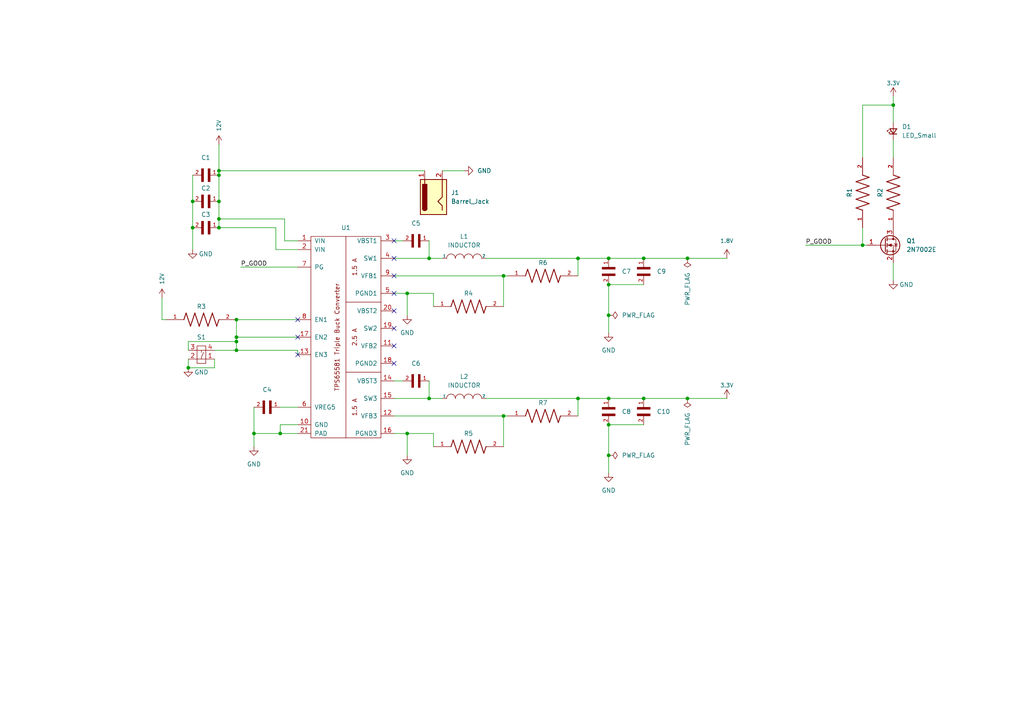
<source format=kicad_sch>
(kicad_sch (version 20211123) (generator eeschema)

  (uuid 67132ed3-3a5e-4f3b-a6ab-78748c57007a)

  (paper "A4")

  (lib_symbols
    (symbol "C0603G104K5RACT250:C0603G104K5RACT250" (pin_names (offset 1.016)) (in_bom yes) (on_board yes)
      (property "Reference" "C" (id 0) (at 0 3.81 0)
        (effects (font (size 1.27 1.27)) (justify left bottom))
      )
      (property "Value" "C0603G104K5RACT250" (id 1) (at 0 -5.08 0)
        (effects (font (size 1.27 1.27)) (justify left bottom))
      )
      (property "Footprint" "CAPC1608X90" (id 2) (at 0 0 0)
        (effects (font (size 1.27 1.27)) (justify bottom) hide)
      )
      (property "Datasheet" "" (id 3) (at 0 0 0)
        (effects (font (size 1.27 1.27)) hide)
      )
      (symbol "C0603G104K5RACT250_0_0"
        (rectangle (start 0 -1.905) (end 0.635 1.905)
          (stroke (width 0.1) (type default) (color 0 0 0 0))
          (fill (type outline))
        )
        (rectangle (start 1.905 -1.905) (end 2.54 1.905)
          (stroke (width 0.1) (type default) (color 0 0 0 0))
          (fill (type outline))
        )
        (pin passive line (at 5.08 0 180) (length 2.54)
          (name "~" (effects (font (size 1.016 1.016))))
          (number "1" (effects (font (size 1.016 1.016))))
        )
        (pin passive line (at -2.54 0 0) (length 2.54)
          (name "~" (effects (font (size 1.016 1.016))))
          (number "2" (effects (font (size 1.016 1.016))))
        )
      )
    )
    (symbol "Connector:Barrel_Jack" (pin_names (offset 1.016)) (in_bom yes) (on_board yes)
      (property "Reference" "J" (id 0) (at 0 5.334 0)
        (effects (font (size 1.27 1.27)))
      )
      (property "Value" "Barrel_Jack" (id 1) (at 0 -5.08 0)
        (effects (font (size 1.27 1.27)))
      )
      (property "Footprint" "" (id 2) (at 1.27 -1.016 0)
        (effects (font (size 1.27 1.27)) hide)
      )
      (property "Datasheet" "~" (id 3) (at 1.27 -1.016 0)
        (effects (font (size 1.27 1.27)) hide)
      )
      (property "ki_keywords" "DC power barrel jack connector" (id 4) (at 0 0 0)
        (effects (font (size 1.27 1.27)) hide)
      )
      (property "ki_description" "DC Barrel Jack" (id 5) (at 0 0 0)
        (effects (font (size 1.27 1.27)) hide)
      )
      (property "ki_fp_filters" "BarrelJack*" (id 6) (at 0 0 0)
        (effects (font (size 1.27 1.27)) hide)
      )
      (symbol "Barrel_Jack_0_1"
        (rectangle (start -5.08 3.81) (end 5.08 -3.81)
          (stroke (width 0.254) (type default) (color 0 0 0 0))
          (fill (type background))
        )
        (arc (start -3.302 3.175) (mid -3.937 2.54) (end -3.302 1.905)
          (stroke (width 0.254) (type default) (color 0 0 0 0))
          (fill (type none))
        )
        (arc (start -3.302 3.175) (mid -3.937 2.54) (end -3.302 1.905)
          (stroke (width 0.254) (type default) (color 0 0 0 0))
          (fill (type outline))
        )
        (polyline
          (pts
            (xy 5.08 2.54)
            (xy 3.81 2.54)
          )
          (stroke (width 0.254) (type default) (color 0 0 0 0))
          (fill (type none))
        )
        (polyline
          (pts
            (xy -3.81 -2.54)
            (xy -2.54 -2.54)
            (xy -1.27 -1.27)
            (xy 0 -2.54)
            (xy 2.54 -2.54)
            (xy 5.08 -2.54)
          )
          (stroke (width 0.254) (type default) (color 0 0 0 0))
          (fill (type none))
        )
        (rectangle (start 3.683 3.175) (end -3.302 1.905)
          (stroke (width 0.254) (type default) (color 0 0 0 0))
          (fill (type outline))
        )
      )
      (symbol "Barrel_Jack_1_1"
        (pin passive line (at 7.62 2.54 180) (length 2.54)
          (name "~" (effects (font (size 1.27 1.27))))
          (number "1" (effects (font (size 1.27 1.27))))
        )
        (pin passive line (at 7.62 -2.54 180) (length 2.54)
          (name "~" (effects (font (size 1.27 1.27))))
          (number "2" (effects (font (size 1.27 1.27))))
        )
      )
    )
    (symbol "Device:LED_Small" (pin_numbers hide) (pin_names (offset 0.254) hide) (in_bom yes) (on_board yes)
      (property "Reference" "D" (id 0) (at -1.27 3.175 0)
        (effects (font (size 1.27 1.27)) (justify left))
      )
      (property "Value" "LED_Small" (id 1) (at -4.445 -2.54 0)
        (effects (font (size 1.27 1.27)) (justify left))
      )
      (property "Footprint" "" (id 2) (at 0 0 90)
        (effects (font (size 1.27 1.27)) hide)
      )
      (property "Datasheet" "~" (id 3) (at 0 0 90)
        (effects (font (size 1.27 1.27)) hide)
      )
      (property "ki_keywords" "LED diode light-emitting-diode" (id 4) (at 0 0 0)
        (effects (font (size 1.27 1.27)) hide)
      )
      (property "ki_description" "Light emitting diode, small symbol" (id 5) (at 0 0 0)
        (effects (font (size 1.27 1.27)) hide)
      )
      (property "ki_fp_filters" "LED* LED_SMD:* LED_THT:*" (id 6) (at 0 0 0)
        (effects (font (size 1.27 1.27)) hide)
      )
      (symbol "LED_Small_0_1"
        (polyline
          (pts
            (xy -0.762 -1.016)
            (xy -0.762 1.016)
          )
          (stroke (width 0.254) (type default) (color 0 0 0 0))
          (fill (type none))
        )
        (polyline
          (pts
            (xy 1.016 0)
            (xy -0.762 0)
          )
          (stroke (width 0) (type default) (color 0 0 0 0))
          (fill (type none))
        )
        (polyline
          (pts
            (xy 0.762 -1.016)
            (xy -0.762 0)
            (xy 0.762 1.016)
            (xy 0.762 -1.016)
          )
          (stroke (width 0.254) (type default) (color 0 0 0 0))
          (fill (type none))
        )
        (polyline
          (pts
            (xy 0 0.762)
            (xy -0.508 1.27)
            (xy -0.254 1.27)
            (xy -0.508 1.27)
            (xy -0.508 1.016)
          )
          (stroke (width 0) (type default) (color 0 0 0 0))
          (fill (type none))
        )
        (polyline
          (pts
            (xy 0.508 1.27)
            (xy 0 1.778)
            (xy 0.254 1.778)
            (xy 0 1.778)
            (xy 0 1.524)
          )
          (stroke (width 0) (type default) (color 0 0 0 0))
          (fill (type none))
        )
      )
      (symbol "LED_Small_1_1"
        (pin passive line (at -2.54 0 0) (length 1.778)
          (name "K" (effects (font (size 1.27 1.27))))
          (number "1" (effects (font (size 1.27 1.27))))
        )
        (pin passive line (at 2.54 0 180) (length 1.778)
          (name "A" (effects (font (size 1.27 1.27))))
          (number "2" (effects (font (size 1.27 1.27))))
        )
      )
    )
    (symbol "ERJ3EKF3300V:ERJ3EKF3300V" (pin_names (offset 1.016)) (in_bom yes) (on_board yes)
      (property "Reference" "R" (id 0) (at -7.624 2.541 0)
        (effects (font (size 1.27 1.27)) (justify left bottom))
      )
      (property "Value" "ERJ3EKF3300V" (id 1) (at -7.624 -5.087 0)
        (effects (font (size 1.27 1.27)) (justify left top))
      )
      (property "Footprint" "RES_ERJ3EKF3300V" (id 2) (at 0 0 0)
        (effects (font (size 1.27 1.27)) (justify bottom) hide)
      )
      (property "Datasheet" "" (id 3) (at 0 0 0)
        (effects (font (size 1.27 1.27)) hide)
      )
      (property "PARTREV" "3/1/2020" (id 4) (at 0 0 0)
        (effects (font (size 1.27 1.27)) (justify bottom) hide)
      )
      (property "STANDARD" "Manufacturer Recommendations" (id 5) (at 0 0 0)
        (effects (font (size 1.27 1.27)) (justify bottom) hide)
      )
      (property "MAXIMUM_PACKAGE_HEIGHT" "0.45 mm" (id 6) (at 0 0 0)
        (effects (font (size 1.27 1.27)) (justify bottom) hide)
      )
      (property "MANUFACTURER" "Panasonic" (id 7) (at 0 0 0)
        (effects (font (size 1.27 1.27)) (justify bottom) hide)
      )
      (symbol "ERJ3EKF3300V_0_0"
        (polyline
          (pts
            (xy -5.08 0)
            (xy -4.445 1.905)
          )
          (stroke (width 0.254) (type default) (color 0 0 0 0))
          (fill (type none))
        )
        (polyline
          (pts
            (xy -4.445 1.905)
            (xy -3.175 -1.905)
          )
          (stroke (width 0.254) (type default) (color 0 0 0 0))
          (fill (type none))
        )
        (polyline
          (pts
            (xy -3.175 -1.905)
            (xy -1.905 1.905)
          )
          (stroke (width 0.254) (type default) (color 0 0 0 0))
          (fill (type none))
        )
        (polyline
          (pts
            (xy -1.905 1.905)
            (xy -0.635 -1.905)
          )
          (stroke (width 0.254) (type default) (color 0 0 0 0))
          (fill (type none))
        )
        (polyline
          (pts
            (xy -0.635 -1.905)
            (xy 0.635 1.905)
          )
          (stroke (width 0.254) (type default) (color 0 0 0 0))
          (fill (type none))
        )
        (polyline
          (pts
            (xy 0.635 1.905)
            (xy 1.905 -1.905)
          )
          (stroke (width 0.254) (type default) (color 0 0 0 0))
          (fill (type none))
        )
        (polyline
          (pts
            (xy 1.905 -1.905)
            (xy 3.175 1.905)
          )
          (stroke (width 0.254) (type default) (color 0 0 0 0))
          (fill (type none))
        )
        (polyline
          (pts
            (xy 3.175 1.905)
            (xy 4.445 -1.905)
          )
          (stroke (width 0.254) (type default) (color 0 0 0 0))
          (fill (type none))
        )
        (polyline
          (pts
            (xy 4.445 -1.905)
            (xy 5.08 0)
          )
          (stroke (width 0.254) (type default) (color 0 0 0 0))
          (fill (type none))
        )
        (pin passive line (at -10.16 0 0) (length 5.08)
          (name "~" (effects (font (size 1.016 1.016))))
          (number "1" (effects (font (size 1.016 1.016))))
        )
        (pin passive line (at 10.16 0 180) (length 5.08)
          (name "~" (effects (font (size 1.016 1.016))))
          (number "2" (effects (font (size 1.016 1.016))))
        )
      )
    )
    (symbol "FPGA_project_parts:B3FS_1010P" (pin_names (offset 1.016) hide) (in_bom yes) (on_board yes)
      (property "Reference" "S" (id 0) (at 0 3.81 0)
        (effects (font (size 1.27 1.27)))
      )
      (property "Value" "B3FS_1010P" (id 1) (at 0 -3.81 0)
        (effects (font (size 1.27 1.27)))
      )
      (property "Footprint" "my_parts:B3FS_1010P" (id 2) (at 0 0 0)
        (effects (font (size 1.27 1.27)) hide)
      )
      (property "Datasheet" "" (id 3) (at 0 0 0)
        (effects (font (size 1.27 1.27)) hide)
      )
      (symbol "B3FS_1010P_0_1"
        (rectangle (start -1.27 2.54) (end 1.27 -2.54)
          (stroke (width 0) (type default) (color 0 0 0 0))
          (fill (type none))
        )
        (polyline
          (pts
            (xy -1.27 -1.27)
            (xy 1.27 -1.27)
          )
          (stroke (width 0) (type default) (color 0 0 0 0))
          (fill (type none))
        )
        (polyline
          (pts
            (xy -1.27 1.27)
            (xy 1.27 1.27)
          )
          (stroke (width 0) (type default) (color 0 0 0 0))
          (fill (type none))
        )
        (polyline
          (pts
            (xy 0 1.27)
            (xy 0 0.635)
          )
          (stroke (width 0) (type default) (color 0 0 0 0))
          (fill (type none))
        )
        (polyline
          (pts
            (xy 0 -1.27)
            (xy 0 -0.635)
            (xy 0.635 0.635)
          )
          (stroke (width 0) (type default) (color 0 0 0 0))
          (fill (type none))
        )
      )
      (symbol "B3FS_1010P_1_1"
        (pin input line (at 3.81 -1.27 180) (length 2.54)
          (name "1" (effects (font (size 1.27 1.27))))
          (number "1" (effects (font (size 1.27 1.27))))
        )
        (pin input line (at -3.81 -1.27 0) (length 2.54)
          (name "2" (effects (font (size 1.27 1.27))))
          (number "2" (effects (font (size 1.27 1.27))))
        )
        (pin input line (at -3.81 1.27 0) (length 2.54)
          (name "3" (effects (font (size 1.27 1.27))))
          (number "3" (effects (font (size 1.27 1.27))))
        )
        (pin input line (at 3.81 1.27 180) (length 2.54)
          (name "4" (effects (font (size 1.27 1.27))))
          (number "4" (effects (font (size 1.27 1.27))))
        )
      )
    )
    (symbol "FPGA_project_parts:TPS65581" (pin_names (offset 1.016)) (in_bom yes) (on_board yes)
      (property "Reference" "U" (id 0) (at 0 30.48 0)
        (effects (font (size 1.27 1.27)))
      )
      (property "Value" "TPS65581" (id 1) (at 0 -30.48 0)
        (effects (font (size 1.27 1.27)))
      )
      (property "Footprint" "Package_SO:HTSSOP-20-1EP_4.4x6.5mm_P0.65mm_EP3.4x6.5mm_Mask2.75x3.43mm_ThermalVias" (id 2) (at 0 0 0)
        (effects (font (size 1.27 1.27)) hide)
      )
      (property "Datasheet" "" (id 3) (at 0 0 0)
        (effects (font (size 1.27 1.27)) hide)
      )
      (symbol "TPS65581_0_0"
        (polyline
          (pts
            (xy 10.16 -10.16)
            (xy 0 -10.16)
          )
          (stroke (width 0) (type default) (color 0 0 0 0))
          (fill (type none))
        )
        (polyline
          (pts
            (xy 10.16 10.16)
            (xy 0 10.16)
          )
          (stroke (width 0) (type default) (color 0 0 0 0))
          (fill (type none))
        )
        (text "1.5 A" (at 2.54 -20.32 900)
          (effects (font (size 1.27 1.27)))
        )
        (text "1.5 A" (at 2.54 20.32 900)
          (effects (font (size 1.27 1.27)))
        )
        (text "2.5 A" (at 2.54 0 900)
          (effects (font (size 1.27 1.27)))
        )
        (text "TPS65581 Triple Buck Converter" (at -2.54 0 900)
          (effects (font (size 1.27 1.27)))
        )
      )
      (symbol "TPS65581_0_1"
        (rectangle (start -10.16 29.21) (end 10.16 -29.21)
          (stroke (width 0) (type default) (color 0 0 0 0))
          (fill (type none))
        )
        (polyline
          (pts
            (xy 0 29.21)
            (xy 0 -29.21)
          )
          (stroke (width 0) (type default) (color 0 0 0 0))
          (fill (type none))
        )
      )
      (symbol "TPS65581_1_1"
        (pin power_in line (at -13.97 27.94 0) (length 3.81)
          (name "VIN" (effects (font (size 1.27 1.27))))
          (number "1" (effects (font (size 1.27 1.27))))
        )
        (pin power_in line (at -13.97 -25.4 0) (length 3.81)
          (name "GND" (effects (font (size 1.27 1.27))))
          (number "10" (effects (font (size 1.27 1.27))))
        )
        (pin power_out line (at 13.97 -2.54 180) (length 3.81)
          (name "VFB2" (effects (font (size 1.27 1.27))))
          (number "11" (effects (font (size 1.27 1.27))))
        )
        (pin power_out line (at 13.97 -22.86 180) (length 3.81)
          (name "VFB3" (effects (font (size 1.27 1.27))))
          (number "12" (effects (font (size 1.27 1.27))))
        )
        (pin input line (at -13.97 -5.08 0) (length 3.81)
          (name "EN3" (effects (font (size 1.27 1.27))))
          (number "13" (effects (font (size 1.27 1.27))))
        )
        (pin power_out line (at 13.97 -12.7 180) (length 3.81)
          (name "VBST3" (effects (font (size 1.27 1.27))))
          (number "14" (effects (font (size 1.27 1.27))))
        )
        (pin power_out line (at 13.97 -17.78 180) (length 3.81)
          (name "SW3" (effects (font (size 1.27 1.27))))
          (number "15" (effects (font (size 1.27 1.27))))
        )
        (pin power_in line (at 13.97 -27.94 180) (length 3.81)
          (name "PGND3" (effects (font (size 1.27 1.27))))
          (number "16" (effects (font (size 1.27 1.27))))
        )
        (pin input line (at -13.97 0 0) (length 3.81)
          (name "EN2" (effects (font (size 1.27 1.27))))
          (number "17" (effects (font (size 1.27 1.27))))
        )
        (pin power_in line (at 13.97 -7.62 180) (length 3.81)
          (name "PGND2" (effects (font (size 1.27 1.27))))
          (number "18" (effects (font (size 1.27 1.27))))
        )
        (pin power_out line (at 13.97 2.54 180) (length 3.81)
          (name "SW2" (effects (font (size 1.27 1.27))))
          (number "19" (effects (font (size 1.27 1.27))))
        )
        (pin power_in line (at -13.97 25.4 0) (length 3.81)
          (name "VIN" (effects (font (size 1.27 1.27))))
          (number "2" (effects (font (size 1.27 1.27))))
        )
        (pin power_out line (at 13.97 7.62 180) (length 3.81)
          (name "VBST2" (effects (font (size 1.27 1.27))))
          (number "20" (effects (font (size 1.27 1.27))))
        )
        (pin power_in line (at -13.97 -27.94 0) (length 3.81)
          (name "PAD" (effects (font (size 1.27 1.27))))
          (number "21" (effects (font (size 1.27 1.27))))
        )
        (pin power_out line (at 13.97 27.94 180) (length 3.81)
          (name "VBST1" (effects (font (size 1.27 1.27))))
          (number "3" (effects (font (size 1.27 1.27))))
        )
        (pin power_out line (at 13.97 22.86 180) (length 3.81)
          (name "SW1" (effects (font (size 1.27 1.27))))
          (number "4" (effects (font (size 1.27 1.27))))
        )
        (pin power_in line (at 13.97 12.7 180) (length 3.81)
          (name "PGND1" (effects (font (size 1.27 1.27))))
          (number "5" (effects (font (size 1.27 1.27))))
        )
        (pin power_out line (at -13.97 -20.32 0) (length 3.81)
          (name "VREG5" (effects (font (size 1.27 1.27))))
          (number "6" (effects (font (size 1.27 1.27))))
        )
        (pin open_collector line (at -13.97 20.32 0) (length 3.81)
          (name "PG" (effects (font (size 1.27 1.27))))
          (number "7" (effects (font (size 1.27 1.27))))
        )
        (pin input line (at -13.97 5.08 0) (length 3.81)
          (name "EN1" (effects (font (size 1.27 1.27))))
          (number "8" (effects (font (size 1.27 1.27))))
        )
        (pin power_out line (at 13.97 17.78 180) (length 3.81)
          (name "VFB1" (effects (font (size 1.27 1.27))))
          (number "9" (effects (font (size 1.27 1.27))))
        )
      )
    )
    (symbol "SparkFun-PowerSymbols:1.8V" (power) (pin_numbers hide) (pin_names (offset 1.016) hide) (in_bom yes) (on_board yes)
      (property "Reference" "#SUPPLY" (id 0) (at 1.27 0 0)
        (effects (font (size 1.143 1.143)) (justify left bottom) hide)
      )
      (property "Value" "1.8V" (id 1) (at -1.27 3.81 0)
        (effects (font (size 1.143 1.143)) (justify left bottom))
      )
      (property "Footprint" "XXX-00000" (id 2) (at 0 6.35 0)
        (effects (font (size 1.524 1.524)))
      )
      (property "Datasheet" "" (id 3) (at 0 0 0)
        (effects (font (size 1.524 1.524)) hide)
      )
      (property "ki_locked" "" (id 4) (at 0 0 0)
        (effects (font (size 1.27 1.27)))
      )
      (property "ki_keywords" "PROD_ID:XXX-00000" (id 5) (at 0 0 0)
        (effects (font (size 1.27 1.27)) hide)
      )
      (property "ki_description" "1.8V Supply Symbol Power supply symbol for a specifically-stated 1.8V source." (id 6) (at 0 0 0)
        (effects (font (size 1.27 1.27)) hide)
      )
      (symbol "1.8V_1_0"
        (polyline
          (pts
            (xy 0 0)
            (xy 0 2.54)
          )
          (stroke (width 0) (type default) (color 0 0 0 0))
          (fill (type none))
        )
        (polyline
          (pts
            (xy 0 2.54)
            (xy -0.762 1.27)
          )
          (stroke (width 0) (type default) (color 0 0 0 0))
          (fill (type none))
        )
        (polyline
          (pts
            (xy 0.762 1.27)
            (xy 0 2.54)
          )
          (stroke (width 0) (type default) (color 0 0 0 0))
          (fill (type none))
        )
      )
      (symbol "1.8V_1_1"
        (pin power_in line (at 0 0 90) (length 0) hide
          (name "1.8V" (effects (font (size 1.016 1.016))))
          (number "~" (effects (font (size 1.016 1.016))))
        )
      )
    )
    (symbol "SparkFun-PowerSymbols:12V" (power) (pin_numbers hide) (pin_names (offset 1.016) hide) (in_bom yes) (on_board yes)
      (property "Reference" "#SUPPLY" (id 0) (at 1.27 0 0)
        (effects (font (size 1.143 1.143)) (justify left bottom) hide)
      )
      (property "Value" "12V" (id 1) (at -1.27 3.81 0)
        (effects (font (size 1.143 1.143)) (justify left bottom))
      )
      (property "Footprint" "XXX-00000" (id 2) (at 0 6.35 0)
        (effects (font (size 1.524 1.524)))
      )
      (property "Datasheet" "" (id 3) (at 0 0 0)
        (effects (font (size 1.524 1.524)) hide)
      )
      (property "ki_locked" "" (id 4) (at 0 0 0)
        (effects (font (size 1.27 1.27)))
      )
      (property "ki_keywords" "PROD_ID:XXX-00000" (id 5) (at 0 0 0)
        (effects (font (size 1.27 1.27)) hide)
      )
      (property "ki_description" "12V Supply Symbol Power supply symbol for a specifically-stated 12V source." (id 6) (at 0 0 0)
        (effects (font (size 1.27 1.27)) hide)
      )
      (symbol "12V_1_0"
        (polyline
          (pts
            (xy 0 0)
            (xy 0 2.54)
          )
          (stroke (width 0) (type default) (color 0 0 0 0))
          (fill (type none))
        )
        (polyline
          (pts
            (xy 0 2.54)
            (xy -0.762 1.27)
          )
          (stroke (width 0) (type default) (color 0 0 0 0))
          (fill (type none))
        )
        (polyline
          (pts
            (xy 0.762 1.27)
            (xy 0 2.54)
          )
          (stroke (width 0) (type default) (color 0 0 0 0))
          (fill (type none))
        )
      )
      (symbol "12V_1_1"
        (pin power_in line (at 0 0 90) (length 0) hide
          (name "12V" (effects (font (size 1.016 1.016))))
          (number "~" (effects (font (size 1.016 1.016))))
        )
      )
    )
    (symbol "SparkFun-PowerSymbols:3.3V" (power) (pin_numbers hide) (pin_names (offset 1.016) hide) (in_bom yes) (on_board yes)
      (property "Reference" "#SUPPLY" (id 0) (at 1.27 0 0)
        (effects (font (size 1.143 1.143)) (justify left bottom) hide)
      )
      (property "Value" "3.3V" (id 1) (at -1.27 3.81 0)
        (effects (font (size 1.143 1.143)) (justify left bottom))
      )
      (property "Footprint" "XXX-00000" (id 2) (at 0 7.62 0)
        (effects (font (size 1.524 1.524)))
      )
      (property "Datasheet" "" (id 3) (at 0 0 0)
        (effects (font (size 1.524 1.524)) hide)
      )
      (property "ki_locked" "" (id 4) (at 0 0 0)
        (effects (font (size 1.27 1.27)))
      )
      (property "ki_keywords" "PROD_ID:XXX-00000" (id 5) (at 0 0 0)
        (effects (font (size 1.27 1.27)) hide)
      )
      (property "ki_description" "3.3V Supply Symbol Power supply symbol for a specifically-stated 3.3V source." (id 6) (at 0 0 0)
        (effects (font (size 1.27 1.27)) hide)
      )
      (symbol "3.3V_1_0"
        (polyline
          (pts
            (xy 0 0)
            (xy 0 2.54)
          )
          (stroke (width 0) (type default) (color 0 0 0 0))
          (fill (type none))
        )
        (polyline
          (pts
            (xy 0 2.54)
            (xy -0.762 1.27)
          )
          (stroke (width 0) (type default) (color 0 0 0 0))
          (fill (type none))
        )
        (polyline
          (pts
            (xy 0.762 1.27)
            (xy 0 2.54)
          )
          (stroke (width 0) (type default) (color 0 0 0 0))
          (fill (type none))
        )
      )
      (symbol "3.3V_1_1"
        (pin power_in line (at 0 0 90) (length 0) hide
          (name "3.3V" (effects (font (size 1.016 1.016))))
          (number "~" (effects (font (size 1.016 1.016))))
        )
      )
    )
    (symbol "Transistor_FET:2N7002E" (pin_names hide) (in_bom yes) (on_board yes)
      (property "Reference" "Q" (id 0) (at 5.08 1.905 0)
        (effects (font (size 1.27 1.27)) (justify left))
      )
      (property "Value" "2N7002E" (id 1) (at 5.08 0 0)
        (effects (font (size 1.27 1.27)) (justify left))
      )
      (property "Footprint" "Package_TO_SOT_SMD:SOT-23" (id 2) (at 5.08 -1.905 0)
        (effects (font (size 1.27 1.27) italic) (justify left) hide)
      )
      (property "Datasheet" "http://www.diodes.com/assets/Datasheets/ds30376.pdf" (id 3) (at 0 0 0)
        (effects (font (size 1.27 1.27)) (justify left) hide)
      )
      (property "ki_keywords" "N-Channel MOSFET" (id 4) (at 0 0 0)
        (effects (font (size 1.27 1.27)) hide)
      )
      (property "ki_description" "0.24A Id, 60V Vds, N-Channel MOSFET, SOT-23" (id 5) (at 0 0 0)
        (effects (font (size 1.27 1.27)) hide)
      )
      (property "ki_fp_filters" "SOT?23*" (id 6) (at 0 0 0)
        (effects (font (size 1.27 1.27)) hide)
      )
      (symbol "2N7002E_0_1"
        (polyline
          (pts
            (xy 0.254 0)
            (xy -2.54 0)
          )
          (stroke (width 0) (type default) (color 0 0 0 0))
          (fill (type none))
        )
        (polyline
          (pts
            (xy 0.254 1.905)
            (xy 0.254 -1.905)
          )
          (stroke (width 0.254) (type default) (color 0 0 0 0))
          (fill (type none))
        )
        (polyline
          (pts
            (xy 0.762 -1.27)
            (xy 0.762 -2.286)
          )
          (stroke (width 0.254) (type default) (color 0 0 0 0))
          (fill (type none))
        )
        (polyline
          (pts
            (xy 0.762 0.508)
            (xy 0.762 -0.508)
          )
          (stroke (width 0.254) (type default) (color 0 0 0 0))
          (fill (type none))
        )
        (polyline
          (pts
            (xy 0.762 2.286)
            (xy 0.762 1.27)
          )
          (stroke (width 0.254) (type default) (color 0 0 0 0))
          (fill (type none))
        )
        (polyline
          (pts
            (xy 2.54 2.54)
            (xy 2.54 1.778)
          )
          (stroke (width 0) (type default) (color 0 0 0 0))
          (fill (type none))
        )
        (polyline
          (pts
            (xy 2.54 -2.54)
            (xy 2.54 0)
            (xy 0.762 0)
          )
          (stroke (width 0) (type default) (color 0 0 0 0))
          (fill (type none))
        )
        (polyline
          (pts
            (xy 0.762 -1.778)
            (xy 3.302 -1.778)
            (xy 3.302 1.778)
            (xy 0.762 1.778)
          )
          (stroke (width 0) (type default) (color 0 0 0 0))
          (fill (type none))
        )
        (polyline
          (pts
            (xy 1.016 0)
            (xy 2.032 0.381)
            (xy 2.032 -0.381)
            (xy 1.016 0)
          )
          (stroke (width 0) (type default) (color 0 0 0 0))
          (fill (type outline))
        )
        (polyline
          (pts
            (xy 2.794 0.508)
            (xy 2.921 0.381)
            (xy 3.683 0.381)
            (xy 3.81 0.254)
          )
          (stroke (width 0) (type default) (color 0 0 0 0))
          (fill (type none))
        )
        (polyline
          (pts
            (xy 3.302 0.381)
            (xy 2.921 -0.254)
            (xy 3.683 -0.254)
            (xy 3.302 0.381)
          )
          (stroke (width 0) (type default) (color 0 0 0 0))
          (fill (type none))
        )
        (circle (center 1.651 0) (radius 2.794)
          (stroke (width 0.254) (type default) (color 0 0 0 0))
          (fill (type none))
        )
        (circle (center 2.54 -1.778) (radius 0.254)
          (stroke (width 0) (type default) (color 0 0 0 0))
          (fill (type outline))
        )
        (circle (center 2.54 1.778) (radius 0.254)
          (stroke (width 0) (type default) (color 0 0 0 0))
          (fill (type outline))
        )
      )
      (symbol "2N7002E_1_1"
        (pin input line (at -5.08 0 0) (length 2.54)
          (name "G" (effects (font (size 1.27 1.27))))
          (number "1" (effects (font (size 1.27 1.27))))
        )
        (pin passive line (at 2.54 -5.08 90) (length 2.54)
          (name "S" (effects (font (size 1.27 1.27))))
          (number "2" (effects (font (size 1.27 1.27))))
        )
        (pin passive line (at 2.54 5.08 270) (length 2.54)
          (name "D" (effects (font (size 1.27 1.27))))
          (number "3" (effects (font (size 1.27 1.27))))
        )
      )
    )
    (symbol "power:GND" (power) (pin_names (offset 0)) (in_bom yes) (on_board yes)
      (property "Reference" "#PWR" (id 0) (at 0 -6.35 0)
        (effects (font (size 1.27 1.27)) hide)
      )
      (property "Value" "GND" (id 1) (at 0 -3.81 0)
        (effects (font (size 1.27 1.27)))
      )
      (property "Footprint" "" (id 2) (at 0 0 0)
        (effects (font (size 1.27 1.27)) hide)
      )
      (property "Datasheet" "" (id 3) (at 0 0 0)
        (effects (font (size 1.27 1.27)) hide)
      )
      (property "ki_keywords" "global power" (id 4) (at 0 0 0)
        (effects (font (size 1.27 1.27)) hide)
      )
      (property "ki_description" "Power symbol creates a global label with name \"GND\" , ground" (id 5) (at 0 0 0)
        (effects (font (size 1.27 1.27)) hide)
      )
      (symbol "GND_0_1"
        (polyline
          (pts
            (xy 0 0)
            (xy 0 -1.27)
            (xy 1.27 -1.27)
            (xy 0 -2.54)
            (xy -1.27 -1.27)
            (xy 0 -1.27)
          )
          (stroke (width 0) (type default) (color 0 0 0 0))
          (fill (type none))
        )
      )
      (symbol "GND_1_1"
        (pin power_in line (at 0 0 270) (length 0) hide
          (name "GND" (effects (font (size 1.27 1.27))))
          (number "1" (effects (font (size 1.27 1.27))))
        )
      )
    )
    (symbol "power:PWR_FLAG" (power) (pin_numbers hide) (pin_names (offset 0) hide) (in_bom yes) (on_board yes)
      (property "Reference" "#FLG" (id 0) (at 0 1.905 0)
        (effects (font (size 1.27 1.27)) hide)
      )
      (property "Value" "PWR_FLAG" (id 1) (at 0 3.81 0)
        (effects (font (size 1.27 1.27)))
      )
      (property "Footprint" "" (id 2) (at 0 0 0)
        (effects (font (size 1.27 1.27)) hide)
      )
      (property "Datasheet" "~" (id 3) (at 0 0 0)
        (effects (font (size 1.27 1.27)) hide)
      )
      (property "ki_keywords" "flag power" (id 4) (at 0 0 0)
        (effects (font (size 1.27 1.27)) hide)
      )
      (property "ki_description" "Special symbol for telling ERC where power comes from" (id 5) (at 0 0 0)
        (effects (font (size 1.27 1.27)) hide)
      )
      (symbol "PWR_FLAG_0_0"
        (pin power_out line (at 0 0 90) (length 0)
          (name "pwr" (effects (font (size 1.27 1.27))))
          (number "1" (effects (font (size 1.27 1.27))))
        )
      )
      (symbol "PWR_FLAG_0_1"
        (polyline
          (pts
            (xy 0 0)
            (xy 0 1.27)
            (xy -1.016 1.905)
            (xy 0 2.54)
            (xy 1.016 1.905)
            (xy 0 1.27)
          )
          (stroke (width 0) (type default) (color 0 0 0 0))
          (fill (type none))
        )
      )
    )
    (symbol "pspice:INDUCTOR" (pin_numbers hide) (pin_names (offset 0)) (in_bom yes) (on_board yes)
      (property "Reference" "L" (id 0) (at 0 2.54 0)
        (effects (font (size 1.27 1.27)))
      )
      (property "Value" "INDUCTOR" (id 1) (at 0 -1.27 0)
        (effects (font (size 1.27 1.27)))
      )
      (property "Footprint" "" (id 2) (at 0 0 0)
        (effects (font (size 1.27 1.27)) hide)
      )
      (property "Datasheet" "~" (id 3) (at 0 0 0)
        (effects (font (size 1.27 1.27)) hide)
      )
      (property "ki_keywords" "simulation" (id 4) (at 0 0 0)
        (effects (font (size 1.27 1.27)) hide)
      )
      (property "ki_description" "Inductor symbol for simulation only" (id 5) (at 0 0 0)
        (effects (font (size 1.27 1.27)) hide)
      )
      (symbol "INDUCTOR_0_1"
        (arc (start -2.54 0) (mid -3.81 1.27) (end -5.08 0)
          (stroke (width 0) (type default) (color 0 0 0 0))
          (fill (type none))
        )
        (arc (start 0 0) (mid -1.27 1.27) (end -2.54 0)
          (stroke (width 0) (type default) (color 0 0 0 0))
          (fill (type none))
        )
        (arc (start 2.54 0) (mid 1.27 1.27) (end 0 0)
          (stroke (width 0) (type default) (color 0 0 0 0))
          (fill (type none))
        )
        (arc (start 5.08 0) (mid 3.81 1.27) (end 2.54 0)
          (stroke (width 0) (type default) (color 0 0 0 0))
          (fill (type none))
        )
      )
      (symbol "INDUCTOR_1_1"
        (pin input line (at -6.35 0 0) (length 1.27)
          (name "1" (effects (font (size 0.762 0.762))))
          (number "1" (effects (font (size 0.762 0.762))))
        )
        (pin input line (at 6.35 0 180) (length 1.27)
          (name "2" (effects (font (size 0.762 0.762))))
          (number "2" (effects (font (size 0.762 0.762))))
        )
      )
    )
  )

  (junction (at 68.58 99.06) (diameter 0) (color 0 0 0 0)
    (uuid 02975bdb-787f-4c25-89c2-b13f8bfb83c0)
  )
  (junction (at 124.46 74.93) (diameter 0) (color 0 0 0 0)
    (uuid 1624f609-f616-409b-8b2f-692d0799ecf9)
  )
  (junction (at 55.88 66.04) (diameter 0) (color 0 0 0 0)
    (uuid 225357d7-497b-424f-94c1-88bb0fa9e3a7)
  )
  (junction (at 118.11 85.09) (diameter 0) (color 0 0 0 0)
    (uuid 25712b75-16d2-40a1-b4ba-51011d26afe7)
  )
  (junction (at 73.66 125.73) (diameter 0) (color 0 0 0 0)
    (uuid 44734ef5-7904-4123-8b34-124ecb2e4983)
  )
  (junction (at 176.53 115.57) (diameter 0) (color 0 0 0 0)
    (uuid 48c568ab-5d6f-4f3b-a978-18c86ee70cb3)
  )
  (junction (at 63.5 49.53) (diameter 0) (color 0 0 0 0)
    (uuid 4b9fe689-6941-4170-b794-b5e6d533d855)
  )
  (junction (at 199.39 115.57) (diameter 0) (color 0 0 0 0)
    (uuid 50fea485-eb4d-4c25-b215-bb6b7b43f5d4)
  )
  (junction (at 259.08 30.48) (diameter 0) (color 0 0 0 0)
    (uuid 529c9393-98a4-469c-a457-eb9111164b15)
  )
  (junction (at 55.88 58.42) (diameter 0) (color 0 0 0 0)
    (uuid 551a9699-d160-4fdd-97fc-bdda36950ab5)
  )
  (junction (at 63.5 50.8) (diameter 0) (color 0 0 0 0)
    (uuid 5e7c098a-129f-4e67-b406-647d87cefa7a)
  )
  (junction (at 63.5 63.5) (diameter 0) (color 0 0 0 0)
    (uuid 6b548866-2f17-47b5-ae3e-6737bfa33a28)
  )
  (junction (at 176.53 82.55) (diameter 0) (color 0 0 0 0)
    (uuid 6c06dd4f-5ad3-43c8-b530-1caf79e36c01)
  )
  (junction (at 63.5 66.04) (diameter 0) (color 0 0 0 0)
    (uuid 6ceb8fea-1929-4759-94c2-4f7da749cd49)
  )
  (junction (at 176.53 132.08) (diameter 0) (color 0 0 0 0)
    (uuid 7688894c-32dc-4abb-aad3-ebb5a8446072)
  )
  (junction (at 167.64 115.57) (diameter 0) (color 0 0 0 0)
    (uuid 7a1aabd0-0ce7-4324-947a-37578ce32019)
  )
  (junction (at 68.58 92.71) (diameter 0) (color 0 0 0 0)
    (uuid 80bc49da-0273-4d47-86e2-75b6a80c64fe)
  )
  (junction (at 167.64 74.93) (diameter 0) (color 0 0 0 0)
    (uuid 8593e813-b5ab-4585-84c3-c4d6d71d0aea)
  )
  (junction (at 54.61 106.68) (diameter 0) (color 0 0 0 0)
    (uuid 8b418873-792d-4bcd-8224-5b60267d42de)
  )
  (junction (at 199.39 74.93) (diameter 0) (color 0 0 0 0)
    (uuid 9ecdabf8-d067-43dd-9bb0-a75b69e8cd3e)
  )
  (junction (at 250.19 71.12) (diameter 0) (color 0 0 0 0)
    (uuid a9422179-cf48-4e66-86cb-b9f1e40ef1c6)
  )
  (junction (at 176.53 123.19) (diameter 0) (color 0 0 0 0)
    (uuid aa9a1b96-6508-4e7a-ac5c-dfc6ea215a83)
  )
  (junction (at 63.5 58.42) (diameter 0) (color 0 0 0 0)
    (uuid b018f4b0-53d4-4efe-b327-77c0bb25a43d)
  )
  (junction (at 176.53 91.44) (diameter 0) (color 0 0 0 0)
    (uuid b3c5ee23-607f-49ee-bae1-8781a4ce916b)
  )
  (junction (at 124.46 115.57) (diameter 0) (color 0 0 0 0)
    (uuid b9e8b071-e1f8-465e-a1f4-990a3ed9a1e6)
  )
  (junction (at 81.28 125.73) (diameter 0) (color 0 0 0 0)
    (uuid ca286cf5-7812-4d42-9f65-5963880f31b5)
  )
  (junction (at 68.58 97.79) (diameter 0) (color 0 0 0 0)
    (uuid d8a8626d-3daf-48c8-b6b4-b3cee51f2c1a)
  )
  (junction (at 176.53 74.93) (diameter 0) (color 0 0 0 0)
    (uuid dc625c09-5879-43a1-bcff-4cc7fb06ff7d)
  )
  (junction (at 146.05 80.01) (diameter 0) (color 0 0 0 0)
    (uuid dd11af3f-0127-43a4-874a-d27f4b223e20)
  )
  (junction (at 186.69 74.93) (diameter 0) (color 0 0 0 0)
    (uuid e24d2794-ffaf-4d43-9c9b-4f9fafbc54b7)
  )
  (junction (at 186.69 115.57) (diameter 0) (color 0 0 0 0)
    (uuid ed0177fd-8a90-416a-bd98-63c6d4e4309e)
  )
  (junction (at 118.11 125.73) (diameter 0) (color 0 0 0 0)
    (uuid ee299448-abae-4883-9205-4996a16cab68)
  )
  (junction (at 146.05 120.65) (diameter 0) (color 0 0 0 0)
    (uuid f636520d-8974-47b7-8c43-3674ddfe36e1)
  )
  (junction (at 68.58 101.6) (diameter 0) (color 0 0 0 0)
    (uuid ff033768-4f81-40e8-a3c1-7625ba1d6233)
  )

  (no_connect (at 114.3 80.01) (uuid 0348c4a2-ce0a-457c-a4f4-fbeb37c6ee28))
  (no_connect (at 114.3 100.33) (uuid 0c2d36f0-40db-417e-bc01-55cea57c347f))
  (no_connect (at 114.3 74.93) (uuid 382cce68-283e-4da5-af0a-d66d559bf82c))
  (no_connect (at 114.3 85.09) (uuid 72cb4306-216b-446c-a7f9-d955cfc7a3eb))
  (no_connect (at 114.3 105.41) (uuid 89e9dcac-9b72-4be2-8643-97886f069cfb))
  (no_connect (at 86.36 92.71) (uuid aef37ab3-9554-47d5-965b-95cfe0a14e51))
  (no_connect (at 114.3 69.85) (uuid c25f265f-4e9e-4f63-8a39-4e0009a48415))
  (no_connect (at 114.3 95.25) (uuid c45cdaf9-fac5-4ffe-bba1-a4803e335849))
  (no_connect (at 86.36 97.79) (uuid cc522e9b-d011-45e6-9c8b-a2342b9f28ef))
  (no_connect (at 114.3 90.17) (uuid e619d458-be18-41c7-a00f-7a0a629d496e))
  (no_connect (at 86.36 102.87) (uuid f4f11efe-f214-4823-b2a3-b22f00a00f50))

  (wire (pts (xy 62.23 101.6) (xy 68.58 101.6))
    (stroke (width 0) (type default) (color 0 0 0 0))
    (uuid 002fd63d-8545-464a-b6d4-7239c782a37f)
  )
  (wire (pts (xy 55.88 50.8) (xy 55.88 58.42))
    (stroke (width 0) (type default) (color 0 0 0 0))
    (uuid 024099b8-fd20-4213-80eb-3960b4d5542e)
  )
  (wire (pts (xy 124.46 69.85) (xy 124.46 74.93))
    (stroke (width 0) (type default) (color 0 0 0 0))
    (uuid 02f1fca3-f899-4801-8757-59e33bfed618)
  )
  (wire (pts (xy 114.3 69.85) (xy 116.84 69.85))
    (stroke (width 0) (type default) (color 0 0 0 0))
    (uuid 0b3ba08f-45eb-494d-8d16-6cbe06ee9791)
  )
  (wire (pts (xy 54.61 106.68) (xy 62.23 106.68))
    (stroke (width 0) (type default) (color 0 0 0 0))
    (uuid 0d0738a5-cffe-40a9-bdcf-214b0ff6b854)
  )
  (wire (pts (xy 233.68 71.12) (xy 250.19 71.12))
    (stroke (width 0) (type default) (color 0 0 0 0))
    (uuid 231969ee-abe1-473d-8c4f-f4035bbade80)
  )
  (wire (pts (xy 118.11 125.73) (xy 118.11 132.08))
    (stroke (width 0) (type default) (color 0 0 0 0))
    (uuid 2a4039fd-7e93-4ef9-8048-55f5185f824a)
  )
  (wire (pts (xy 167.64 115.57) (xy 167.64 120.65))
    (stroke (width 0) (type default) (color 0 0 0 0))
    (uuid 2a808681-6026-4af7-a466-6e492499d5cc)
  )
  (wire (pts (xy 128.27 49.53) (xy 134.62 49.53))
    (stroke (width 0) (type default) (color 0 0 0 0))
    (uuid 2bf0f627-7b2e-4e39-a3e2-c9bc98d9cbab)
  )
  (wire (pts (xy 140.97 115.57) (xy 167.64 115.57))
    (stroke (width 0) (type default) (color 0 0 0 0))
    (uuid 32360e16-3a91-4aac-8a2b-4e67a47cc281)
  )
  (wire (pts (xy 114.3 120.65) (xy 146.05 120.65))
    (stroke (width 0) (type default) (color 0 0 0 0))
    (uuid 383a67eb-0ef5-4538-b58a-b8de8ba98529)
  )
  (wire (pts (xy 86.36 92.71) (xy 68.58 92.71))
    (stroke (width 0) (type default) (color 0 0 0 0))
    (uuid 3d2e164d-268d-4b74-8031-eaf9cdcacfee)
  )
  (wire (pts (xy 73.66 125.73) (xy 81.28 125.73))
    (stroke (width 0) (type default) (color 0 0 0 0))
    (uuid 3e072a48-9bac-47c7-8312-256f42301295)
  )
  (wire (pts (xy 73.66 118.11) (xy 73.66 125.73))
    (stroke (width 0) (type default) (color 0 0 0 0))
    (uuid 4be667ee-7388-4238-ab04-027a841c66a0)
  )
  (wire (pts (xy 124.46 110.49) (xy 124.46 115.57))
    (stroke (width 0) (type default) (color 0 0 0 0))
    (uuid 4eefbeec-77e4-4b9d-a897-f194f6133d61)
  )
  (wire (pts (xy 54.61 101.6) (xy 54.61 99.06))
    (stroke (width 0) (type default) (color 0 0 0 0))
    (uuid 5043cf04-225c-4645-ab8e-bbebd4531114)
  )
  (wire (pts (xy 114.3 115.57) (xy 124.46 115.57))
    (stroke (width 0) (type default) (color 0 0 0 0))
    (uuid 579100ff-943d-4641-a6a4-73c7e61dba40)
  )
  (wire (pts (xy 167.64 74.93) (xy 167.64 80.01))
    (stroke (width 0) (type default) (color 0 0 0 0))
    (uuid 591a57ae-6a6e-4efd-a24c-3905b725e465)
  )
  (wire (pts (xy 124.46 74.93) (xy 128.27 74.93))
    (stroke (width 0) (type default) (color 0 0 0 0))
    (uuid 5b0c69b2-f07a-48ba-9b06-f75024ec0b9b)
  )
  (wire (pts (xy 114.3 110.49) (xy 116.84 110.49))
    (stroke (width 0) (type default) (color 0 0 0 0))
    (uuid 6057a0f8-ad41-4c96-a00e-7b619ccb35ac)
  )
  (wire (pts (xy 81.28 118.11) (xy 86.36 118.11))
    (stroke (width 0) (type default) (color 0 0 0 0))
    (uuid 64056f10-ebca-4d97-bd1e-ab810d693bac)
  )
  (wire (pts (xy 176.53 82.55) (xy 176.53 91.44))
    (stroke (width 0) (type default) (color 0 0 0 0))
    (uuid 6614e41c-e9d4-4bbc-a37e-960c0825810d)
  )
  (wire (pts (xy 167.64 74.93) (xy 176.53 74.93))
    (stroke (width 0) (type default) (color 0 0 0 0))
    (uuid 6754af5d-4e55-453d-a7e8-02acc80de732)
  )
  (wire (pts (xy 176.53 123.19) (xy 176.53 132.08))
    (stroke (width 0) (type default) (color 0 0 0 0))
    (uuid 694563f1-8e72-4559-979b-10cf2d8d2951)
  )
  (wire (pts (xy 176.53 82.55) (xy 186.69 82.55))
    (stroke (width 0) (type default) (color 0 0 0 0))
    (uuid 6abe8c7e-2a88-48b1-a3c3-a11230678a79)
  )
  (wire (pts (xy 147.32 80.01) (xy 146.05 80.01))
    (stroke (width 0) (type default) (color 0 0 0 0))
    (uuid 6bd6fa7d-24c2-4ac2-ba4f-380ab71b50db)
  )
  (wire (pts (xy 55.88 66.04) (xy 55.88 72.39))
    (stroke (width 0) (type default) (color 0 0 0 0))
    (uuid 6c282c3f-b704-42dc-bfc2-f67ff7d5e240)
  )
  (wire (pts (xy 176.53 132.08) (xy 176.53 137.16))
    (stroke (width 0) (type default) (color 0 0 0 0))
    (uuid 6d70efc7-8bf4-44da-9d49-d5ada1832aa2)
  )
  (wire (pts (xy 54.61 99.06) (xy 68.58 99.06))
    (stroke (width 0) (type default) (color 0 0 0 0))
    (uuid 707896a7-3d9d-4f92-aa1f-34f012c22abc)
  )
  (wire (pts (xy 250.19 45.72) (xy 250.19 30.48))
    (stroke (width 0) (type default) (color 0 0 0 0))
    (uuid 72d7f019-3503-49fb-923e-5c8b58077a04)
  )
  (wire (pts (xy 176.53 74.93) (xy 186.69 74.93))
    (stroke (width 0) (type default) (color 0 0 0 0))
    (uuid 77284031-d948-45e3-b316-fa5d8f9d33ee)
  )
  (wire (pts (xy 118.11 85.09) (xy 125.73 85.09))
    (stroke (width 0) (type default) (color 0 0 0 0))
    (uuid 78cd9068-0f10-4cb9-859a-178ba7063667)
  )
  (wire (pts (xy 176.53 115.57) (xy 186.69 115.57))
    (stroke (width 0) (type default) (color 0 0 0 0))
    (uuid 7aec9323-be25-4482-a187-6b84b1cf9d63)
  )
  (wire (pts (xy 63.5 63.5) (xy 82.55 63.5))
    (stroke (width 0) (type default) (color 0 0 0 0))
    (uuid 7b0219e7-ca65-4bc8-b802-0cfd00fb751d)
  )
  (wire (pts (xy 80.01 72.39) (xy 86.36 72.39))
    (stroke (width 0) (type default) (color 0 0 0 0))
    (uuid 7b0dc140-314d-461e-a8ab-2ef7a4bea292)
  )
  (wire (pts (xy 63.5 58.42) (xy 63.5 63.5))
    (stroke (width 0) (type default) (color 0 0 0 0))
    (uuid 7c27b1e5-383d-4728-8d4e-730f69cd40fa)
  )
  (wire (pts (xy 81.28 123.19) (xy 81.28 125.73))
    (stroke (width 0) (type default) (color 0 0 0 0))
    (uuid 7d152a6a-f617-436f-b891-e44ffcb2009d)
  )
  (wire (pts (xy 259.08 40.64) (xy 259.08 45.72))
    (stroke (width 0) (type default) (color 0 0 0 0))
    (uuid 7d6b89a4-25c0-4eeb-8b9b-19b5f5380a2f)
  )
  (wire (pts (xy 68.58 92.71) (xy 68.58 97.79))
    (stroke (width 0) (type default) (color 0 0 0 0))
    (uuid 8189e97d-4b94-4bc6-bb19-475d120dc106)
  )
  (wire (pts (xy 118.11 85.09) (xy 118.11 91.44))
    (stroke (width 0) (type default) (color 0 0 0 0))
    (uuid 81a6822a-1551-4986-b454-cbdeed759ec3)
  )
  (wire (pts (xy 63.5 49.53) (xy 63.5 50.8))
    (stroke (width 0) (type default) (color 0 0 0 0))
    (uuid 81d40f53-4d33-4832-ad7f-679b9aa0a353)
  )
  (wire (pts (xy 199.39 115.57) (xy 186.69 115.57))
    (stroke (width 0) (type default) (color 0 0 0 0))
    (uuid 85bd0410-f6cd-4c13-aa74-6395f7cf9c91)
  )
  (wire (pts (xy 86.36 97.79) (xy 68.58 97.79))
    (stroke (width 0) (type default) (color 0 0 0 0))
    (uuid 869f9bfa-0a66-4a25-81c7-a329528210bd)
  )
  (wire (pts (xy 250.19 66.04) (xy 250.19 71.12))
    (stroke (width 0) (type default) (color 0 0 0 0))
    (uuid 898a42eb-880c-4bf3-a21e-64aeb4e0ffc4)
  )
  (wire (pts (xy 251.46 71.12) (xy 250.19 71.12))
    (stroke (width 0) (type default) (color 0 0 0 0))
    (uuid 8a70ce4e-2301-423d-9ce4-4a54ccea4ee9)
  )
  (wire (pts (xy 114.3 74.93) (xy 124.46 74.93))
    (stroke (width 0) (type default) (color 0 0 0 0))
    (uuid 8b909a87-87ea-46ae-8d2c-2bf723419d91)
  )
  (wire (pts (xy 140.97 74.93) (xy 167.64 74.93))
    (stroke (width 0) (type default) (color 0 0 0 0))
    (uuid 8c22dad4-9fe3-42f7-9ec5-c8532ab8e699)
  )
  (wire (pts (xy 176.53 91.44) (xy 176.53 96.52))
    (stroke (width 0) (type default) (color 0 0 0 0))
    (uuid 92e58c9a-1ef0-46e7-b33f-78e5bea4c5cc)
  )
  (wire (pts (xy 63.5 66.04) (xy 80.01 66.04))
    (stroke (width 0) (type default) (color 0 0 0 0))
    (uuid 955e40a0-5c8b-4fd5-b65b-8b1f94c2fa7b)
  )
  (wire (pts (xy 81.28 125.73) (xy 86.36 125.73))
    (stroke (width 0) (type default) (color 0 0 0 0))
    (uuid 96738110-ca02-487a-a57d-bd5997f59f04)
  )
  (wire (pts (xy 259.08 30.48) (xy 259.08 35.56))
    (stroke (width 0) (type default) (color 0 0 0 0))
    (uuid 98b040c0-5a3a-4a65-960f-fc31952b7036)
  )
  (wire (pts (xy 69.85 77.47) (xy 86.36 77.47))
    (stroke (width 0) (type default) (color 0 0 0 0))
    (uuid 997fd6b5-aa15-4d5b-b434-756426ecb1f1)
  )
  (wire (pts (xy 68.58 99.06) (xy 68.58 101.6))
    (stroke (width 0) (type default) (color 0 0 0 0))
    (uuid 9ab4ddd4-bb3d-4115-9d1b-d9c0df2220a8)
  )
  (wire (pts (xy 114.3 85.09) (xy 118.11 85.09))
    (stroke (width 0) (type default) (color 0 0 0 0))
    (uuid 9e131129-4181-44d1-b481-27f0b98639ee)
  )
  (wire (pts (xy 176.53 123.19) (xy 186.69 123.19))
    (stroke (width 0) (type default) (color 0 0 0 0))
    (uuid 9e1ae123-85c6-4af8-83bd-8df38af3d89c)
  )
  (wire (pts (xy 259.08 76.2) (xy 259.08 81.28))
    (stroke (width 0) (type default) (color 0 0 0 0))
    (uuid 9fd1c78d-cdbe-48ca-977e-1a740425d5f7)
  )
  (wire (pts (xy 68.58 101.6) (xy 86.36 101.6))
    (stroke (width 0) (type default) (color 0 0 0 0))
    (uuid a33dfade-c2ba-4bc7-a816-4300c6efdfc0)
  )
  (wire (pts (xy 86.36 101.6) (xy 86.36 102.87))
    (stroke (width 0) (type default) (color 0 0 0 0))
    (uuid a5b79435-a4a5-40b8-92f1-11625523b42e)
  )
  (wire (pts (xy 54.61 104.14) (xy 54.61 106.68))
    (stroke (width 0) (type default) (color 0 0 0 0))
    (uuid a8978e59-9694-4d11-a86e-0b42fbf6739d)
  )
  (wire (pts (xy 63.5 50.8) (xy 63.5 58.42))
    (stroke (width 0) (type default) (color 0 0 0 0))
    (uuid ac883e32-6a5d-455c-8b90-2df9376ac09c)
  )
  (wire (pts (xy 146.05 120.65) (xy 146.05 129.54))
    (stroke (width 0) (type default) (color 0 0 0 0))
    (uuid ad153ab8-df83-48f9-b95e-416d3dca14b1)
  )
  (wire (pts (xy 63.5 63.5) (xy 63.5 66.04))
    (stroke (width 0) (type default) (color 0 0 0 0))
    (uuid ad373487-f3f7-4b85-aa42-13911f9c2d22)
  )
  (wire (pts (xy 63.5 49.53) (xy 123.19 49.53))
    (stroke (width 0) (type default) (color 0 0 0 0))
    (uuid b077fb10-807a-4cdc-a47d-def3f4cc20b0)
  )
  (wire (pts (xy 210.82 74.93) (xy 199.39 74.93))
    (stroke (width 0) (type default) (color 0 0 0 0))
    (uuid b905dc3b-9722-45c7-853c-d5baaeb8f895)
  )
  (wire (pts (xy 118.11 125.73) (xy 125.73 125.73))
    (stroke (width 0) (type default) (color 0 0 0 0))
    (uuid c39b0b3e-2c3e-43c4-b962-a7b7955ecaa8)
  )
  (wire (pts (xy 68.58 97.79) (xy 68.58 99.06))
    (stroke (width 0) (type default) (color 0 0 0 0))
    (uuid c4fad44c-4eea-4e49-960b-6f828a636940)
  )
  (wire (pts (xy 80.01 66.04) (xy 80.01 72.39))
    (stroke (width 0) (type default) (color 0 0 0 0))
    (uuid c57fb273-7836-4560-b008-bdac6be240df)
  )
  (wire (pts (xy 210.82 115.57) (xy 199.39 115.57))
    (stroke (width 0) (type default) (color 0 0 0 0))
    (uuid c9b52e41-f600-49c2-8b1f-01fb23b7fad3)
  )
  (wire (pts (xy 199.39 74.93) (xy 186.69 74.93))
    (stroke (width 0) (type default) (color 0 0 0 0))
    (uuid cbf7b9ab-68d3-44bd-a954-de6a9029d5ab)
  )
  (wire (pts (xy 259.08 27.94) (xy 259.08 30.48))
    (stroke (width 0) (type default) (color 0 0 0 0))
    (uuid cd5a3726-e3d5-429e-a8ad-198a476ca0c8)
  )
  (wire (pts (xy 46.99 92.71) (xy 48.26 92.71))
    (stroke (width 0) (type default) (color 0 0 0 0))
    (uuid cdff2ddd-7438-466d-993d-4cefe8eaabcb)
  )
  (wire (pts (xy 62.23 104.14) (xy 62.23 106.68))
    (stroke (width 0) (type default) (color 0 0 0 0))
    (uuid d014ff90-61f2-4d42-87b6-4c411efcdad7)
  )
  (wire (pts (xy 250.19 30.48) (xy 259.08 30.48))
    (stroke (width 0) (type default) (color 0 0 0 0))
    (uuid d5d9708c-92e8-4c08-8c16-c42e707bb99b)
  )
  (wire (pts (xy 55.88 58.42) (xy 55.88 66.04))
    (stroke (width 0) (type default) (color 0 0 0 0))
    (uuid dba3d552-1688-44f0-9943-d38613032210)
  )
  (wire (pts (xy 147.32 120.65) (xy 146.05 120.65))
    (stroke (width 0) (type default) (color 0 0 0 0))
    (uuid dfd05c16-9072-4efa-8fc1-4281a9c9b7ca)
  )
  (wire (pts (xy 46.99 86.36) (xy 46.99 92.71))
    (stroke (width 0) (type default) (color 0 0 0 0))
    (uuid e2197486-4777-42e8-9148-da935197f840)
  )
  (wire (pts (xy 82.55 69.85) (xy 82.55 63.5))
    (stroke (width 0) (type default) (color 0 0 0 0))
    (uuid e49f5126-601b-46b3-afa7-c48b042874bf)
  )
  (wire (pts (xy 124.46 115.57) (xy 128.27 115.57))
    (stroke (width 0) (type default) (color 0 0 0 0))
    (uuid e4e29610-f148-469d-b727-471ee214f50b)
  )
  (wire (pts (xy 125.73 125.73) (xy 125.73 129.54))
    (stroke (width 0) (type default) (color 0 0 0 0))
    (uuid e6a9af3c-2422-461b-b893-aeef97c219a7)
  )
  (wire (pts (xy 146.05 80.01) (xy 146.05 88.9))
    (stroke (width 0) (type default) (color 0 0 0 0))
    (uuid edb758dd-2578-48c2-9138-a82e2e638294)
  )
  (wire (pts (xy 63.5 41.91) (xy 63.5 49.53))
    (stroke (width 0) (type default) (color 0 0 0 0))
    (uuid eedca7d2-3fc7-45db-82e9-1606d4ac9d75)
  )
  (wire (pts (xy 114.3 80.01) (xy 146.05 80.01))
    (stroke (width 0) (type default) (color 0 0 0 0))
    (uuid efd23bb8-a75b-41a8-967b-72abe1558e79)
  )
  (wire (pts (xy 167.64 115.57) (xy 176.53 115.57))
    (stroke (width 0) (type default) (color 0 0 0 0))
    (uuid f173866d-4e07-4ef0-87b6-07c3b5b2e871)
  )
  (wire (pts (xy 86.36 123.19) (xy 81.28 123.19))
    (stroke (width 0) (type default) (color 0 0 0 0))
    (uuid f190cafd-93aa-4e8e-b05c-704b6df2f924)
  )
  (wire (pts (xy 86.36 69.85) (xy 82.55 69.85))
    (stroke (width 0) (type default) (color 0 0 0 0))
    (uuid f747c7f5-c570-45c9-81b5-33b87ae3c121)
  )
  (wire (pts (xy 125.73 85.09) (xy 125.73 88.9))
    (stroke (width 0) (type default) (color 0 0 0 0))
    (uuid f84dedd5-ba08-4eef-bd70-5816bfa21f58)
  )
  (wire (pts (xy 73.66 125.73) (xy 73.66 129.54))
    (stroke (width 0) (type default) (color 0 0 0 0))
    (uuid fa7e9ce6-49d2-4a4a-b8f4-fcd9b0a60eed)
  )
  (wire (pts (xy 114.3 125.73) (xy 118.11 125.73))
    (stroke (width 0) (type default) (color 0 0 0 0))
    (uuid fc2c34a9-8cfe-4449-97ca-c75b422946e8)
  )

  (label "P_GOOD" (at 77.47 77.47 180)
    (effects (font (size 1.27 1.27)) (justify right bottom))
    (uuid 4a7b86a9-29de-4431-bb28-089496bd11f5)
  )
  (label "P_GOOD" (at 241.3 71.12 180)
    (effects (font (size 1.27 1.27)) (justify right bottom))
    (uuid 4abc44e4-d088-4666-bd5e-e555515b68ad)
  )

  (symbol (lib_id "Transistor_FET:2N7002E") (at 256.54 71.12 0) (unit 1)
    (in_bom yes) (on_board yes) (fields_autoplaced)
    (uuid 050b3559-8785-4d39-bfdd-e15f65462bac)
    (property "Reference" "Q1" (id 0) (at 262.89 69.8499 0)
      (effects (font (size 1.27 1.27)) (justify left))
    )
    (property "Value" "2N7002E" (id 1) (at 262.89 72.3899 0)
      (effects (font (size 1.27 1.27)) (justify left))
    )
    (property "Footprint" "Package_TO_SOT_SMD:SOT-23" (id 2) (at 261.62 73.025 0)
      (effects (font (size 1.27 1.27) italic) (justify left) hide)
    )
    (property "Datasheet" "http://www.diodes.com/assets/Datasheets/ds30376.pdf" (id 3) (at 256.54 71.12 0)
      (effects (font (size 1.27 1.27)) (justify left) hide)
    )
    (pin "1" (uuid e2330928-0d66-40d2-9b9a-7e8f003f80fc))
    (pin "2" (uuid 8578c909-0aa4-46d2-9940-2c8f13d97453))
    (pin "3" (uuid 0a17dcb1-e49d-40e5-a257-d7b356add8bf))
  )

  (symbol (lib_id "SparkFun-PowerSymbols:3.3V") (at 210.82 115.57 0) (unit 1)
    (in_bom yes) (on_board yes)
    (uuid 0549044e-a831-4b40-9a95-644186ff37d8)
    (property "Reference" "#SUPPLY0102" (id 0) (at 212.09 115.57 0)
      (effects (font (size 1.143 1.143)) (justify left bottom) hide)
    )
    (property "Value" "3.3V" (id 1) (at 210.82 111.76 0)
      (effects (font (size 1.143 1.143)))
    )
    (property "Footprint" "XXX-00000" (id 2) (at 210.82 111.76 0)
      (effects (font (size 1.524 1.524)) hide)
    )
    (property "Datasheet" "" (id 3) (at 210.82 115.57 0)
      (effects (font (size 1.524 1.524)) hide)
    )
    (pin "~" (uuid 58531e72-4ff2-4502-acb5-dbcea7a66e3a))
  )

  (symbol (lib_id "C0603G104K5RACT250:C0603G104K5RACT250") (at 119.38 110.49 0) (unit 1)
    (in_bom yes) (on_board yes) (fields_autoplaced)
    (uuid 07d45dbb-c1fd-497d-b7c2-d2ae0dcc17a3)
    (property "Reference" "C6" (id 0) (at 120.65 105.41 0))
    (property "Value" "C0603G104K5RACT250" (id 1) (at 120.65 105.41 0)
      (effects (font (size 1.27 1.27)) hide)
    )
    (property "Footprint" "Capacitor_Tantalum_SMD:CP_EIA-1608-08_AVX-J" (id 2) (at 119.38 110.49 0)
      (effects (font (size 1.27 1.27)) (justify bottom) hide)
    )
    (property "Datasheet" "" (id 3) (at 119.38 110.49 0)
      (effects (font (size 1.27 1.27)) hide)
    )
    (pin "1" (uuid 056c7ef4-8b28-474f-b9f0-7d735d6301fb))
    (pin "2" (uuid ebfe06b7-7a2a-4244-85b8-4224afccf724))
  )

  (symbol (lib_id "ERJ3EKF3300V:ERJ3EKF3300V") (at 135.89 129.54 0) (unit 1)
    (in_bom yes) (on_board yes)
    (uuid 199fe120-ae3d-499b-aa90-8a29dcf66cc8)
    (property "Reference" "R5" (id 0) (at 135.89 125.73 0))
    (property "Value" "ERJ3EKF3300V" (id 1) (at 135.89 124.46 0)
      (effects (font (size 1.27 1.27)) hide)
    )
    (property "Footprint" "Resistor_SMD:R_0402_1005Metric" (id 2) (at 135.89 129.54 0)
      (effects (font (size 1.27 1.27)) (justify bottom) hide)
    )
    (property "Datasheet" "" (id 3) (at 135.89 129.54 0)
      (effects (font (size 1.27 1.27)) hide)
    )
    (property "PARTREV" "3/1/2020" (id 4) (at 135.89 129.54 0)
      (effects (font (size 1.27 1.27)) (justify bottom) hide)
    )
    (property "STANDARD" "Manufacturer Recommendations" (id 5) (at 135.89 129.54 0)
      (effects (font (size 1.27 1.27)) (justify bottom) hide)
    )
    (property "MAXIMUM_PACKAGE_HEIGHT" "0.45 mm" (id 6) (at 135.89 129.54 0)
      (effects (font (size 1.27 1.27)) (justify bottom) hide)
    )
    (property "MANUFACTURER" "Panasonic" (id 7) (at 135.89 129.54 0)
      (effects (font (size 1.27 1.27)) (justify bottom) hide)
    )
    (pin "1" (uuid 1245d53e-5b60-4951-a7cf-df340ae841de))
    (pin "2" (uuid 296fc9d8-74da-427d-b3ad-9884fc69f31b))
  )

  (symbol (lib_id "pspice:INDUCTOR") (at 134.62 115.57 0) (unit 1)
    (in_bom yes) (on_board yes) (fields_autoplaced)
    (uuid 1d36d4ff-3fb6-405e-929a-7adf8c1f30f4)
    (property "Reference" "L2" (id 0) (at 134.62 109.22 0))
    (property "Value" "INDUCTOR" (id 1) (at 134.62 111.76 0))
    (property "Footprint" "Inductor_SMD:L_0201_0603Metric" (id 2) (at 134.62 115.57 0)
      (effects (font (size 1.27 1.27)) hide)
    )
    (property "Datasheet" "~" (id 3) (at 134.62 115.57 0)
      (effects (font (size 1.27 1.27)) hide)
    )
    (pin "1" (uuid 61ba4203-ca0b-4437-8d21-756e0051e21a))
    (pin "2" (uuid 59831193-5f8a-413b-875d-3fdf0ced6eb8))
  )

  (symbol (lib_id "power:PWR_FLAG") (at 176.53 91.44 270) (unit 1)
    (in_bom yes) (on_board yes) (fields_autoplaced)
    (uuid 2b6afcb3-7e7e-4c96-84c2-ba8ea59dee2f)
    (property "Reference" "#FLG0102" (id 0) (at 178.435 91.44 0)
      (effects (font (size 1.27 1.27)) hide)
    )
    (property "Value" "PWR_FLAG" (id 1) (at 180.34 91.4399 90)
      (effects (font (size 1.27 1.27)) (justify left))
    )
    (property "Footprint" "" (id 2) (at 176.53 91.44 0)
      (effects (font (size 1.27 1.27)) hide)
    )
    (property "Datasheet" "~" (id 3) (at 176.53 91.44 0)
      (effects (font (size 1.27 1.27)) hide)
    )
    (pin "1" (uuid 009bb54d-8377-4d3f-a454-02a087853d96))
  )

  (symbol (lib_id "ERJ3EKF3300V:ERJ3EKF3300V") (at 135.89 88.9 0) (unit 1)
    (in_bom yes) (on_board yes)
    (uuid 2e90c8d6-8d2d-4d4b-80fe-8ea2e07575b0)
    (property "Reference" "R4" (id 0) (at 135.89 85.09 0))
    (property "Value" "ERJ3EKF3300V" (id 1) (at 135.89 83.82 0)
      (effects (font (size 1.27 1.27)) hide)
    )
    (property "Footprint" "Resistor_SMD:R_0402_1005Metric" (id 2) (at 135.89 88.9 0)
      (effects (font (size 1.27 1.27)) (justify bottom) hide)
    )
    (property "Datasheet" "" (id 3) (at 135.89 88.9 0)
      (effects (font (size 1.27 1.27)) hide)
    )
    (property "PARTREV" "3/1/2020" (id 4) (at 135.89 88.9 0)
      (effects (font (size 1.27 1.27)) (justify bottom) hide)
    )
    (property "STANDARD" "Manufacturer Recommendations" (id 5) (at 135.89 88.9 0)
      (effects (font (size 1.27 1.27)) (justify bottom) hide)
    )
    (property "MAXIMUM_PACKAGE_HEIGHT" "0.45 mm" (id 6) (at 135.89 88.9 0)
      (effects (font (size 1.27 1.27)) (justify bottom) hide)
    )
    (property "MANUFACTURER" "Panasonic" (id 7) (at 135.89 88.9 0)
      (effects (font (size 1.27 1.27)) (justify bottom) hide)
    )
    (pin "1" (uuid 70b9b5f7-929f-4782-932e-7265e42443c8))
    (pin "2" (uuid a8904163-2380-47f1-8c2b-6eaaee87b235))
  )

  (symbol (lib_id "FPGA_project_parts:B3FS_1010P") (at 58.42 102.87 0) (unit 1)
    (in_bom yes) (on_board yes)
    (uuid 3557de26-524a-4589-ac62-03bea51c34f8)
    (property "Reference" "S1" (id 0) (at 58.42 97.79 0))
    (property "Value" "B3FS_1010P" (id 1) (at 58.42 97.79 0)
      (effects (font (size 1.27 1.27)) hide)
    )
    (property "Footprint" "Button_Switch_THT:SW_PUSH_6mm" (id 2) (at 58.42 102.87 0)
      (effects (font (size 1.27 1.27)) hide)
    )
    (property "Datasheet" "" (id 3) (at 58.42 102.87 0)
      (effects (font (size 1.27 1.27)) hide)
    )
    (pin "1" (uuid 98698b2b-8e5a-4653-8eb3-36d10c8438e4))
    (pin "2" (uuid b4a5e376-45fc-45f0-b66d-7c8c3c14c0e6))
    (pin "3" (uuid 6b3b2a73-9500-489d-8d9a-b53e4bc32473))
    (pin "4" (uuid 84d82718-4959-4422-a3d5-631c81a1f037))
  )

  (symbol (lib_id "power:PWR_FLAG") (at 199.39 74.93 180) (unit 1)
    (in_bom yes) (on_board yes)
    (uuid 367f6908-434d-4291-b365-dcfd9f351515)
    (property "Reference" "#FLG0101" (id 0) (at 199.39 76.835 0)
      (effects (font (size 1.27 1.27)) hide)
    )
    (property "Value" "PWR_FLAG" (id 1) (at 199.39 83.82 90))
    (property "Footprint" "" (id 2) (at 199.39 74.93 0)
      (effects (font (size 1.27 1.27)) hide)
    )
    (property "Datasheet" "~" (id 3) (at 199.39 74.93 0)
      (effects (font (size 1.27 1.27)) hide)
    )
    (pin "1" (uuid fdb17416-a3bf-4d01-bbb4-b975506ae1c7))
  )

  (symbol (lib_id "SparkFun-PowerSymbols:3.3V") (at 259.08 27.94 0) (unit 1)
    (in_bom yes) (on_board yes)
    (uuid 3ca371db-e582-43d1-83b9-a62322f1cf45)
    (property "Reference" "#SUPPLY0104" (id 0) (at 260.35 27.94 0)
      (effects (font (size 1.143 1.143)) (justify left bottom) hide)
    )
    (property "Value" "3.3V" (id 1) (at 259.08 24.13 0)
      (effects (font (size 1.143 1.143)))
    )
    (property "Footprint" "XXX-00000" (id 2) (at 259.08 24.13 0)
      (effects (font (size 1.524 1.524)) hide)
    )
    (property "Datasheet" "" (id 3) (at 259.08 27.94 0)
      (effects (font (size 1.524 1.524)) hide)
    )
    (pin "~" (uuid 8c70afa8-ae1f-4ab1-b5e3-5460d7e9c663))
  )

  (symbol (lib_id "pspice:INDUCTOR") (at 134.62 74.93 0) (unit 1)
    (in_bom yes) (on_board yes) (fields_autoplaced)
    (uuid 4c1cd8b9-f425-408b-98f0-829c3e138c3d)
    (property "Reference" "L1" (id 0) (at 134.62 68.58 0))
    (property "Value" "INDUCTOR" (id 1) (at 134.62 71.12 0))
    (property "Footprint" "Inductor_SMD:L_0201_0603Metric" (id 2) (at 134.62 74.93 0)
      (effects (font (size 1.27 1.27)) hide)
    )
    (property "Datasheet" "~" (id 3) (at 134.62 74.93 0)
      (effects (font (size 1.27 1.27)) hide)
    )
    (pin "1" (uuid 6c4ac784-0000-41b2-a0d3-361688f507a9))
    (pin "2" (uuid 78c249aa-0ef3-46e0-8213-bb896a50660b))
  )

  (symbol (lib_id "power:GND") (at 118.11 91.44 0) (unit 1)
    (in_bom yes) (on_board yes) (fields_autoplaced)
    (uuid 4d7f82b5-d8a3-4b55-8cd2-fdfd5b097d31)
    (property "Reference" "#PWR0109" (id 0) (at 118.11 97.79 0)
      (effects (font (size 1.27 1.27)) hide)
    )
    (property "Value" "GND" (id 1) (at 118.11 96.52 0))
    (property "Footprint" "" (id 2) (at 118.11 91.44 0)
      (effects (font (size 1.27 1.27)) hide)
    )
    (property "Datasheet" "" (id 3) (at 118.11 91.44 0)
      (effects (font (size 1.27 1.27)) hide)
    )
    (pin "1" (uuid adf61585-8da3-4db4-9948-90abe6e34947))
  )

  (symbol (lib_id "power:PWR_FLAG") (at 199.39 115.57 180) (unit 1)
    (in_bom yes) (on_board yes)
    (uuid 6625e824-7b6e-4009-b202-ca63ba5af5fe)
    (property "Reference" "#FLG0104" (id 0) (at 199.39 117.475 0)
      (effects (font (size 1.27 1.27)) hide)
    )
    (property "Value" "PWR_FLAG" (id 1) (at 199.39 124.46 90))
    (property "Footprint" "" (id 2) (at 199.39 115.57 0)
      (effects (font (size 1.27 1.27)) hide)
    )
    (property "Datasheet" "~" (id 3) (at 199.39 115.57 0)
      (effects (font (size 1.27 1.27)) hide)
    )
    (pin "1" (uuid d7cfc513-2910-4077-a8cf-e5caa7270e27))
  )

  (symbol (lib_id "SparkFun-PowerSymbols:12V") (at 46.99 86.36 0) (unit 1)
    (in_bom yes) (on_board yes) (fields_autoplaced)
    (uuid 74802f37-5142-483f-ba7b-0055dc71185a)
    (property "Reference" "#SUPPLY0103" (id 0) (at 48.26 86.36 0)
      (effects (font (size 1.143 1.143)) (justify left bottom) hide)
    )
    (property "Value" "12V" (id 1) (at 46.99 82.55 90)
      (effects (font (size 1.143 1.143)) (justify left))
    )
    (property "Footprint" "XXX-00000" (id 2) (at 48.895 82.55 90)
      (effects (font (size 1.524 1.524)) (justify left) hide)
    )
    (property "Datasheet" "" (id 3) (at 46.99 86.36 0)
      (effects (font (size 1.524 1.524)) hide)
    )
    (pin "~" (uuid 477122b7-1d79-4697-9629-f5f7ab19030c))
  )

  (symbol (lib_id "C0603G104K5RACT250:C0603G104K5RACT250") (at 176.53 120.65 90) (unit 1)
    (in_bom yes) (on_board yes) (fields_autoplaced)
    (uuid 77882ff0-9cc2-4a2c-bf7d-cdc024f70e99)
    (property "Reference" "C8" (id 0) (at 180.34 119.3799 90)
      (effects (font (size 1.27 1.27)) (justify right))
    )
    (property "Value" "C0603G104K5RACT250" (id 1) (at 180.34 120.6499 90)
      (effects (font (size 1.27 1.27)) (justify right) hide)
    )
    (property "Footprint" "Capacitor_Tantalum_SMD:CP_EIA-1608-08_AVX-J" (id 2) (at 176.53 120.65 0)
      (effects (font (size 1.27 1.27)) (justify bottom) hide)
    )
    (property "Datasheet" "" (id 3) (at 176.53 120.65 0)
      (effects (font (size 1.27 1.27)) hide)
    )
    (pin "1" (uuid 96d3a086-ef4d-4675-89b8-b5401704cf9a))
    (pin "2" (uuid 8d728d17-73be-4fa3-87c6-1b86dd5ec182))
  )

  (symbol (lib_id "power:GND") (at 54.61 106.68 0) (unit 1)
    (in_bom yes) (on_board yes)
    (uuid 7aa05753-9c54-440e-a0f5-076af99dc973)
    (property "Reference" "#PWR0106" (id 0) (at 54.61 113.03 0)
      (effects (font (size 1.27 1.27)) hide)
    )
    (property "Value" "GND" (id 1) (at 58.42 107.95 0))
    (property "Footprint" "" (id 2) (at 54.61 106.68 0)
      (effects (font (size 1.27 1.27)) hide)
    )
    (property "Datasheet" "" (id 3) (at 54.61 106.68 0)
      (effects (font (size 1.27 1.27)) hide)
    )
    (pin "1" (uuid f0651b12-3400-48e3-aa6b-c9b9d7930ddf))
  )

  (symbol (lib_id "SparkFun-PowerSymbols:1.8V") (at 210.82 74.93 0) (unit 1)
    (in_bom yes) (on_board yes) (fields_autoplaced)
    (uuid 7f0c31c6-c86e-4a37-add8-f24b9b272ec6)
    (property "Reference" "#SUPPLY0101" (id 0) (at 212.09 74.93 0)
      (effects (font (size 1.143 1.143)) (justify left bottom) hide)
    )
    (property "Value" "1.8V" (id 1) (at 210.82 69.85 0)
      (effects (font (size 1.143 1.143)))
    )
    (property "Footprint" "XXX-00000" (id 2) (at 210.82 71.12 0)
      (effects (font (size 1.524 1.524)) hide)
    )
    (property "Datasheet" "" (id 3) (at 210.82 74.93 0)
      (effects (font (size 1.524 1.524)) hide)
    )
    (pin "~" (uuid 0d2b953b-4b6a-4dca-bb2f-a85fa1d26b21))
  )

  (symbol (lib_id "power:PWR_FLAG") (at 176.53 132.08 270) (unit 1)
    (in_bom yes) (on_board yes) (fields_autoplaced)
    (uuid 7fa3188d-2757-4266-aec3-a6a71160ea31)
    (property "Reference" "#FLG0103" (id 0) (at 178.435 132.08 0)
      (effects (font (size 1.27 1.27)) hide)
    )
    (property "Value" "PWR_FLAG" (id 1) (at 180.34 132.0799 90)
      (effects (font (size 1.27 1.27)) (justify left))
    )
    (property "Footprint" "" (id 2) (at 176.53 132.08 0)
      (effects (font (size 1.27 1.27)) hide)
    )
    (property "Datasheet" "~" (id 3) (at 176.53 132.08 0)
      (effects (font (size 1.27 1.27)) hide)
    )
    (pin "1" (uuid b465dd27-003f-4662-a91f-b63ac8522bd2))
  )

  (symbol (lib_id "C0603G104K5RACT250:C0603G104K5RACT250") (at 76.2 118.11 0) (unit 1)
    (in_bom yes) (on_board yes) (fields_autoplaced)
    (uuid 8074d09b-b492-4bcd-adca-103327f007c3)
    (property "Reference" "C4" (id 0) (at 77.47 113.03 0))
    (property "Value" "C0603G104K5RACT250" (id 1) (at 77.47 113.03 0)
      (effects (font (size 1.27 1.27)) hide)
    )
    (property "Footprint" "Capacitor_Tantalum_SMD:CP_EIA-1608-08_AVX-J" (id 2) (at 76.2 118.11 0)
      (effects (font (size 1.27 1.27)) (justify bottom) hide)
    )
    (property "Datasheet" "" (id 3) (at 76.2 118.11 0)
      (effects (font (size 1.27 1.27)) hide)
    )
    (pin "1" (uuid 262a7f2f-59cb-4087-ae27-a17f0edab03c))
    (pin "2" (uuid 3f9efdcd-ee3b-46d8-9388-998aa6df61d9))
  )

  (symbol (lib_id "power:GND") (at 118.11 132.08 0) (unit 1)
    (in_bom yes) (on_board yes) (fields_autoplaced)
    (uuid 8111477c-1fb8-41b9-a68c-3dfbd9e45edc)
    (property "Reference" "#PWR0105" (id 0) (at 118.11 138.43 0)
      (effects (font (size 1.27 1.27)) hide)
    )
    (property "Value" "GND" (id 1) (at 118.11 137.16 0))
    (property "Footprint" "" (id 2) (at 118.11 132.08 0)
      (effects (font (size 1.27 1.27)) hide)
    )
    (property "Datasheet" "" (id 3) (at 118.11 132.08 0)
      (effects (font (size 1.27 1.27)) hide)
    )
    (pin "1" (uuid ca83bd9a-91fe-4241-9b9d-6d4d35eef40a))
  )

  (symbol (lib_id "C0603G104K5RACT250:C0603G104K5RACT250") (at 58.42 66.04 0) (unit 1)
    (in_bom yes) (on_board yes)
    (uuid 82464770-1bfd-4992-8e3a-210e4d6399ea)
    (property "Reference" "C3" (id 0) (at 59.69 62.23 0))
    (property "Value" "C0603G104K5RACT250" (id 1) (at 59.69 60.96 0)
      (effects (font (size 1.27 1.27)) hide)
    )
    (property "Footprint" "Capacitor_Tantalum_SMD:CP_EIA-1608-08_AVX-J" (id 2) (at 58.42 66.04 0)
      (effects (font (size 1.27 1.27)) (justify bottom) hide)
    )
    (property "Datasheet" "" (id 3) (at 58.42 66.04 0)
      (effects (font (size 1.27 1.27)) hide)
    )
    (pin "1" (uuid bec421c7-75ab-4751-b60b-9a6e9ae57b47))
    (pin "2" (uuid 42e4751d-ffcf-44de-a207-9e01b5c4687b))
  )

  (symbol (lib_id "ERJ3EKF3300V:ERJ3EKF3300V") (at 58.42 92.71 0) (unit 1)
    (in_bom yes) (on_board yes)
    (uuid 85771956-c14e-49b9-810f-fe64d37326f0)
    (property "Reference" "R3" (id 0) (at 58.42 88.9 0))
    (property "Value" "ERJ3EKF3300V" (id 1) (at 58.42 87.63 0)
      (effects (font (size 1.27 1.27)) hide)
    )
    (property "Footprint" "Resistor_SMD:R_0402_1005Metric" (id 2) (at 58.42 92.71 0)
      (effects (font (size 1.27 1.27)) (justify bottom) hide)
    )
    (property "Datasheet" "" (id 3) (at 58.42 92.71 0)
      (effects (font (size 1.27 1.27)) hide)
    )
    (property "PARTREV" "3/1/2020" (id 4) (at 58.42 92.71 0)
      (effects (font (size 1.27 1.27)) (justify bottom) hide)
    )
    (property "STANDARD" "Manufacturer Recommendations" (id 5) (at 58.42 92.71 0)
      (effects (font (size 1.27 1.27)) (justify bottom) hide)
    )
    (property "MAXIMUM_PACKAGE_HEIGHT" "0.45 mm" (id 6) (at 58.42 92.71 0)
      (effects (font (size 1.27 1.27)) (justify bottom) hide)
    )
    (property "MANUFACTURER" "Panasonic" (id 7) (at 58.42 92.71 0)
      (effects (font (size 1.27 1.27)) (justify bottom) hide)
    )
    (pin "1" (uuid c45008a9-3b20-4356-b7d9-f2983bae0551))
    (pin "2" (uuid fa31e9d2-5ae8-42a5-a8d8-5d9a891036ab))
  )

  (symbol (lib_id "SparkFun-PowerSymbols:12V") (at 63.5 41.91 0) (unit 1)
    (in_bom yes) (on_board yes) (fields_autoplaced)
    (uuid 8ab9ce38-2b87-450a-9870-d00b71ccb302)
    (property "Reference" "#SUPPLY0105" (id 0) (at 64.77 41.91 0)
      (effects (font (size 1.143 1.143)) (justify left bottom) hide)
    )
    (property "Value" "12V" (id 1) (at 63.5 38.1 90)
      (effects (font (size 1.143 1.143)) (justify left))
    )
    (property "Footprint" "XXX-00000" (id 2) (at 65.405 38.1 90)
      (effects (font (size 1.524 1.524)) (justify left) hide)
    )
    (property "Datasheet" "" (id 3) (at 63.5 41.91 0)
      (effects (font (size 1.524 1.524)) hide)
    )
    (pin "~" (uuid 71749242-67ea-4b4b-977f-2f223838e873))
  )

  (symbol (lib_id "FPGA_project_parts:TPS65581") (at 100.33 97.79 0) (unit 1)
    (in_bom yes) (on_board yes) (fields_autoplaced)
    (uuid 9005326c-5dd6-46d6-a155-96d1edfe4410)
    (property "Reference" "U1" (id 0) (at 100.33 66.04 0))
    (property "Value" "TPS65581" (id 1) (at 100.33 66.04 0)
      (effects (font (size 1.27 1.27)) hide)
    )
    (property "Footprint" "Package_SO:HTSSOP-20-1EP_4.4x6.5mm_P0.65mm_EP3.4x6.5mm_Mask2.75x3.43mm_ThermalVias" (id 2) (at 100.33 97.79 0)
      (effects (font (size 1.27 1.27)) hide)
    )
    (property "Datasheet" "" (id 3) (at 100.33 97.79 0)
      (effects (font (size 1.27 1.27)) hide)
    )
    (pin "1" (uuid 6601e5f4-ec18-4d48-b386-25e875eab7c6))
    (pin "10" (uuid 56e8f513-5412-440c-8424-eb51f4bfca4a))
    (pin "11" (uuid 687ab187-1b8d-45d8-8af9-c5b3900773b2))
    (pin "12" (uuid 28a83f1f-7b34-45a4-8f76-97d8175a3c99))
    (pin "13" (uuid d56ef102-eb6c-4288-a76c-d3ced0b00892))
    (pin "14" (uuid c0cb399d-2799-47ef-a1ba-15f99e409173))
    (pin "15" (uuid 11179260-28e4-4e30-8c2e-1121ae930633))
    (pin "16" (uuid b3fadc82-5cf1-473c-9667-3eecf47018ed))
    (pin "17" (uuid 5ae6245f-3791-432a-94b9-d27946cab64c))
    (pin "18" (uuid 514d8a0c-ddd2-4c42-b664-61ff692d8983))
    (pin "19" (uuid 39510962-77ec-4069-bb6d-99096a4660f3))
    (pin "2" (uuid ddff27bc-3915-46dd-b8cd-2572bc989ac9))
    (pin "20" (uuid 3d54c471-dbaa-46c5-9783-e963b94bb387))
    (pin "21" (uuid e58774fb-981a-4d1d-a028-58444742304b))
    (pin "3" (uuid 388923de-84a8-4cd7-80dc-119228e3b4ed))
    (pin "4" (uuid e6860111-559a-4af2-a0ed-6ddaf34e97ba))
    (pin "5" (uuid 97322831-87a6-4667-8f6d-177acd44b0d4))
    (pin "6" (uuid 5668bac6-5f32-4ef7-87f4-95f1f5d75d4d))
    (pin "7" (uuid d4a40461-8727-4efa-8220-cc0316daedd1))
    (pin "8" (uuid 17477168-db89-45f5-9bb0-ce0ccb40ad04))
    (pin "9" (uuid 5a521828-9075-47af-9f4d-30137799bf6b))
  )

  (symbol (lib_id "C0603G104K5RACT250:C0603G104K5RACT250") (at 186.69 120.65 90) (unit 1)
    (in_bom yes) (on_board yes) (fields_autoplaced)
    (uuid 97a1f656-0724-4321-b3dc-2c82df07d51d)
    (property "Reference" "C10" (id 0) (at 190.5 119.3799 90)
      (effects (font (size 1.27 1.27)) (justify right))
    )
    (property "Value" "C0603G104K5RACT250" (id 1) (at 190.5 120.6499 90)
      (effects (font (size 1.27 1.27)) (justify right) hide)
    )
    (property "Footprint" "Capacitor_Tantalum_SMD:CP_EIA-1608-08_AVX-J" (id 2) (at 186.69 120.65 0)
      (effects (font (size 1.27 1.27)) (justify bottom) hide)
    )
    (property "Datasheet" "" (id 3) (at 186.69 120.65 0)
      (effects (font (size 1.27 1.27)) hide)
    )
    (pin "1" (uuid b13adeee-c3dc-40e2-b042-f1af5edf8123))
    (pin "2" (uuid f6409d46-212c-412f-ad1c-fbe2576b11ac))
  )

  (symbol (lib_id "power:GND") (at 176.53 137.16 0) (unit 1)
    (in_bom yes) (on_board yes) (fields_autoplaced)
    (uuid 9ac12036-5884-46cc-a542-5b91c249991f)
    (property "Reference" "#PWR0102" (id 0) (at 176.53 143.51 0)
      (effects (font (size 1.27 1.27)) hide)
    )
    (property "Value" "GND" (id 1) (at 176.53 142.24 0))
    (property "Footprint" "" (id 2) (at 176.53 137.16 0)
      (effects (font (size 1.27 1.27)) hide)
    )
    (property "Datasheet" "" (id 3) (at 176.53 137.16 0)
      (effects (font (size 1.27 1.27)) hide)
    )
    (pin "1" (uuid f0400fe0-4c5c-4257-abce-33839ec60ce7))
  )

  (symbol (lib_id "power:GND") (at 259.08 81.28 0) (unit 1)
    (in_bom yes) (on_board yes)
    (uuid ac1026a1-b3fd-4893-b5b3-5fe1dad30870)
    (property "Reference" "#PWR0107" (id 0) (at 259.08 87.63 0)
      (effects (font (size 1.27 1.27)) hide)
    )
    (property "Value" "GND" (id 1) (at 262.89 82.55 0))
    (property "Footprint" "" (id 2) (at 259.08 81.28 0)
      (effects (font (size 1.27 1.27)) hide)
    )
    (property "Datasheet" "" (id 3) (at 259.08 81.28 0)
      (effects (font (size 1.27 1.27)) hide)
    )
    (pin "1" (uuid 3fe8eb51-26dc-4eca-ac16-8dc20b928d7d))
  )

  (symbol (lib_id "C0603G104K5RACT250:C0603G104K5RACT250") (at 58.42 58.42 0) (unit 1)
    (in_bom yes) (on_board yes)
    (uuid b5596775-371e-46d3-81f9-93179fc16132)
    (property "Reference" "C2" (id 0) (at 59.69 54.61 0))
    (property "Value" "C0603G104K5RACT250" (id 1) (at 59.69 53.34 0)
      (effects (font (size 1.27 1.27)) hide)
    )
    (property "Footprint" "Capacitor_Tantalum_SMD:CP_EIA-1608-08_AVX-J" (id 2) (at 58.42 58.42 0)
      (effects (font (size 1.27 1.27)) (justify bottom) hide)
    )
    (property "Datasheet" "" (id 3) (at 58.42 58.42 0)
      (effects (font (size 1.27 1.27)) hide)
    )
    (pin "1" (uuid 40a78a68-d1cf-4bf0-9e11-e9c4c9e973c0))
    (pin "2" (uuid b3a552c8-5073-40a8-bf45-ddbeec0d7a63))
  )

  (symbol (lib_id "power:GND") (at 134.62 49.53 90) (unit 1)
    (in_bom yes) (on_board yes) (fields_autoplaced)
    (uuid bb3de0d8-f8aa-44bf-a858-39ae9ef505cd)
    (property "Reference" "#PWR0101" (id 0) (at 140.97 49.53 0)
      (effects (font (size 1.27 1.27)) hide)
    )
    (property "Value" "GND" (id 1) (at 138.43 49.5299 90)
      (effects (font (size 1.27 1.27)) (justify right))
    )
    (property "Footprint" "" (id 2) (at 134.62 49.53 0)
      (effects (font (size 1.27 1.27)) hide)
    )
    (property "Datasheet" "" (id 3) (at 134.62 49.53 0)
      (effects (font (size 1.27 1.27)) hide)
    )
    (pin "1" (uuid 06f45d7d-7438-485e-aa8c-50222bd5c02a))
  )

  (symbol (lib_id "power:GND") (at 176.53 96.52 0) (unit 1)
    (in_bom yes) (on_board yes) (fields_autoplaced)
    (uuid bd4f8de8-49bb-4f14-bfcb-9e709e9b44ce)
    (property "Reference" "#PWR0103" (id 0) (at 176.53 102.87 0)
      (effects (font (size 1.27 1.27)) hide)
    )
    (property "Value" "GND" (id 1) (at 176.53 101.6 0))
    (property "Footprint" "" (id 2) (at 176.53 96.52 0)
      (effects (font (size 1.27 1.27)) hide)
    )
    (property "Datasheet" "" (id 3) (at 176.53 96.52 0)
      (effects (font (size 1.27 1.27)) hide)
    )
    (pin "1" (uuid 1e88a966-b033-4ce2-b6ee-717b7c6b93eb))
  )

  (symbol (lib_id "power:GND") (at 55.88 72.39 0) (unit 1)
    (in_bom yes) (on_board yes)
    (uuid c2d770ac-7121-428c-aca4-69bcd5e3a67f)
    (property "Reference" "#PWR0108" (id 0) (at 55.88 78.74 0)
      (effects (font (size 1.27 1.27)) hide)
    )
    (property "Value" "GND" (id 1) (at 59.69 73.66 0))
    (property "Footprint" "" (id 2) (at 55.88 72.39 0)
      (effects (font (size 1.27 1.27)) hide)
    )
    (property "Datasheet" "" (id 3) (at 55.88 72.39 0)
      (effects (font (size 1.27 1.27)) hide)
    )
    (pin "1" (uuid 0c7e18d5-b887-4242-add4-4c9b77ddeeb6))
  )

  (symbol (lib_id "ERJ3EKF3300V:ERJ3EKF3300V") (at 157.48 80.01 0) (unit 1)
    (in_bom yes) (on_board yes)
    (uuid c80194c1-e537-44b2-9498-0fc35dbc10d0)
    (property "Reference" "R6" (id 0) (at 157.48 76.2 0))
    (property "Value" "ERJ3EKF3300V" (id 1) (at 157.48 74.93 0)
      (effects (font (size 1.27 1.27)) hide)
    )
    (property "Footprint" "Resistor_SMD:R_0402_1005Metric" (id 2) (at 157.48 80.01 0)
      (effects (font (size 1.27 1.27)) (justify bottom) hide)
    )
    (property "Datasheet" "" (id 3) (at 157.48 80.01 0)
      (effects (font (size 1.27 1.27)) hide)
    )
    (property "PARTREV" "3/1/2020" (id 4) (at 157.48 80.01 0)
      (effects (font (size 1.27 1.27)) (justify bottom) hide)
    )
    (property "STANDARD" "Manufacturer Recommendations" (id 5) (at 157.48 80.01 0)
      (effects (font (size 1.27 1.27)) (justify bottom) hide)
    )
    (property "MAXIMUM_PACKAGE_HEIGHT" "0.45 mm" (id 6) (at 157.48 80.01 0)
      (effects (font (size 1.27 1.27)) (justify bottom) hide)
    )
    (property "MANUFACTURER" "Panasonic" (id 7) (at 157.48 80.01 0)
      (effects (font (size 1.27 1.27)) (justify bottom) hide)
    )
    (pin "1" (uuid 6d3034a3-70d0-488e-a1e4-6995ad0d7e3c))
    (pin "2" (uuid 342aced0-a244-41a0-a4df-1c585e0da4cf))
  )

  (symbol (lib_id "C0603G104K5RACT250:C0603G104K5RACT250") (at 186.69 80.01 90) (unit 1)
    (in_bom yes) (on_board yes) (fields_autoplaced)
    (uuid d2cdba7a-8273-45dd-b17f-e6e8efe66f05)
    (property "Reference" "C9" (id 0) (at 190.5 78.7399 90)
      (effects (font (size 1.27 1.27)) (justify right))
    )
    (property "Value" "C0603G104K5RACT250" (id 1) (at 190.5 80.0099 90)
      (effects (font (size 1.27 1.27)) (justify right) hide)
    )
    (property "Footprint" "Capacitor_Tantalum_SMD:CP_EIA-1608-08_AVX-J" (id 2) (at 186.69 80.01 0)
      (effects (font (size 1.27 1.27)) (justify bottom) hide)
    )
    (property "Datasheet" "" (id 3) (at 186.69 80.01 0)
      (effects (font (size 1.27 1.27)) hide)
    )
    (pin "1" (uuid 0f6229e4-2290-46f0-944c-eba7bafea643))
    (pin "2" (uuid ab8bb62c-f0d1-4ca3-abe3-9e2599e629e7))
  )

  (symbol (lib_id "ERJ3EKF3300V:ERJ3EKF3300V") (at 157.48 120.65 0) (unit 1)
    (in_bom yes) (on_board yes)
    (uuid ddb95974-6bfa-45c4-ab14-e8850c893e6f)
    (property "Reference" "R7" (id 0) (at 157.48 116.84 0))
    (property "Value" "ERJ3EKF3300V" (id 1) (at 157.48 115.57 0)
      (effects (font (size 1.27 1.27)) hide)
    )
    (property "Footprint" "Resistor_SMD:R_0402_1005Metric" (id 2) (at 157.48 120.65 0)
      (effects (font (size 1.27 1.27)) (justify bottom) hide)
    )
    (property "Datasheet" "" (id 3) (at 157.48 120.65 0)
      (effects (font (size 1.27 1.27)) hide)
    )
    (property "PARTREV" "3/1/2020" (id 4) (at 157.48 120.65 0)
      (effects (font (size 1.27 1.27)) (justify bottom) hide)
    )
    (property "STANDARD" "Manufacturer Recommendations" (id 5) (at 157.48 120.65 0)
      (effects (font (size 1.27 1.27)) (justify bottom) hide)
    )
    (property "MAXIMUM_PACKAGE_HEIGHT" "0.45 mm" (id 6) (at 157.48 120.65 0)
      (effects (font (size 1.27 1.27)) (justify bottom) hide)
    )
    (property "MANUFACTURER" "Panasonic" (id 7) (at 157.48 120.65 0)
      (effects (font (size 1.27 1.27)) (justify bottom) hide)
    )
    (pin "1" (uuid 5c11dc17-89f8-4558-b04d-71337bb8a741))
    (pin "2" (uuid 4af5b16b-63d9-4c77-bee1-9d272b66122b))
  )

  (symbol (lib_id "C0603G104K5RACT250:C0603G104K5RACT250") (at 176.53 80.01 90) (unit 1)
    (in_bom yes) (on_board yes) (fields_autoplaced)
    (uuid df7b0829-d008-4add-b47a-6c87d965c28b)
    (property "Reference" "C7" (id 0) (at 180.34 78.7399 90)
      (effects (font (size 1.27 1.27)) (justify right))
    )
    (property "Value" "C0603G104K5RACT250" (id 1) (at 180.34 80.0099 90)
      (effects (font (size 1.27 1.27)) (justify right) hide)
    )
    (property "Footprint" "Capacitor_Tantalum_SMD:CP_EIA-1608-08_AVX-J" (id 2) (at 176.53 80.01 0)
      (effects (font (size 1.27 1.27)) (justify bottom) hide)
    )
    (property "Datasheet" "" (id 3) (at 176.53 80.01 0)
      (effects (font (size 1.27 1.27)) hide)
    )
    (pin "1" (uuid 0e4fd15d-1aed-4f0f-955a-deac6f635b52))
    (pin "2" (uuid a5da8a66-02fa-4c46-a606-2d1e8d0fc3b1))
  )

  (symbol (lib_id "ERJ3EKF3300V:ERJ3EKF3300V") (at 259.08 55.88 90) (unit 1)
    (in_bom yes) (on_board yes)
    (uuid f0c522a6-f098-4c4d-a871-c68d8d92f947)
    (property "Reference" "R2" (id 0) (at 255.27 55.88 0))
    (property "Value" "ERJ3EKF3300V" (id 1) (at 254 55.88 0)
      (effects (font (size 1.27 1.27)) hide)
    )
    (property "Footprint" "Resistor_SMD:R_0402_1005Metric" (id 2) (at 259.08 55.88 0)
      (effects (font (size 1.27 1.27)) (justify bottom) hide)
    )
    (property "Datasheet" "" (id 3) (at 259.08 55.88 0)
      (effects (font (size 1.27 1.27)) hide)
    )
    (property "PARTREV" "3/1/2020" (id 4) (at 259.08 55.88 0)
      (effects (font (size 1.27 1.27)) (justify bottom) hide)
    )
    (property "STANDARD" "Manufacturer Recommendations" (id 5) (at 259.08 55.88 0)
      (effects (font (size 1.27 1.27)) (justify bottom) hide)
    )
    (property "MAXIMUM_PACKAGE_HEIGHT" "0.45 mm" (id 6) (at 259.08 55.88 0)
      (effects (font (size 1.27 1.27)) (justify bottom) hide)
    )
    (property "MANUFACTURER" "Panasonic" (id 7) (at 259.08 55.88 0)
      (effects (font (size 1.27 1.27)) (justify bottom) hide)
    )
    (pin "1" (uuid fa1775a9-05cc-4eaa-9590-33e61e3b38eb))
    (pin "2" (uuid 6e723c31-c14b-421b-a826-3bbc331c2e78))
  )

  (symbol (lib_id "Connector:Barrel_Jack") (at 125.73 57.15 90) (unit 1)
    (in_bom yes) (on_board yes) (fields_autoplaced)
    (uuid f2a2bedd-89e2-43d5-a5c4-89a5c4325a60)
    (property "Reference" "J1" (id 0) (at 130.81 55.8799 90)
      (effects (font (size 1.27 1.27)) (justify right))
    )
    (property "Value" "Barrel_Jack" (id 1) (at 130.81 58.4199 90)
      (effects (font (size 1.27 1.27)) (justify right))
    )
    (property "Footprint" "Connector_BarrelJack:BarrelJack_CUI_PJ-063AH_Horizontal" (id 2) (at 126.746 55.88 0)
      (effects (font (size 1.27 1.27)) hide)
    )
    (property "Datasheet" "~" (id 3) (at 126.746 55.88 0)
      (effects (font (size 1.27 1.27)) hide)
    )
    (pin "1" (uuid d9460662-ddfa-48b7-806a-f4d0de2f61a6))
    (pin "2" (uuid 52759615-9050-4c38-97ff-537f00389941))
  )

  (symbol (lib_id "power:GND") (at 73.66 129.54 0) (unit 1)
    (in_bom yes) (on_board yes) (fields_autoplaced)
    (uuid f7ffaa18-7c66-4e7e-94b5-29563c812e0f)
    (property "Reference" "#PWR0104" (id 0) (at 73.66 135.89 0)
      (effects (font (size 1.27 1.27)) hide)
    )
    (property "Value" "GND" (id 1) (at 73.66 134.62 0))
    (property "Footprint" "" (id 2) (at 73.66 129.54 0)
      (effects (font (size 1.27 1.27)) hide)
    )
    (property "Datasheet" "" (id 3) (at 73.66 129.54 0)
      (effects (font (size 1.27 1.27)) hide)
    )
    (pin "1" (uuid ee60eea7-b884-4c17-b9db-e5e969370fb4))
  )

  (symbol (lib_id "C0603G104K5RACT250:C0603G104K5RACT250") (at 58.42 50.8 0) (unit 1)
    (in_bom yes) (on_board yes) (fields_autoplaced)
    (uuid f9399077-7d07-4469-ac17-941e00b0db65)
    (property "Reference" "C1" (id 0) (at 59.69 45.72 0))
    (property "Value" "C0603G104K5RACT250" (id 1) (at 59.69 45.72 0)
      (effects (font (size 1.27 1.27)) hide)
    )
    (property "Footprint" "Capacitor_Tantalum_SMD:CP_EIA-1608-08_AVX-J" (id 2) (at 58.42 50.8 0)
      (effects (font (size 1.27 1.27)) (justify bottom) hide)
    )
    (property "Datasheet" "" (id 3) (at 58.42 50.8 0)
      (effects (font (size 1.27 1.27)) hide)
    )
    (pin "1" (uuid a3aad664-0a0f-4f0b-aaf5-3f87813a63e2))
    (pin "2" (uuid 49cd9518-8658-47aa-ac7f-b00e953353dd))
  )

  (symbol (lib_id "C0603G104K5RACT250:C0603G104K5RACT250") (at 119.38 69.85 0) (unit 1)
    (in_bom yes) (on_board yes) (fields_autoplaced)
    (uuid fafad5cf-b8e0-48c3-b543-c2da0f036382)
    (property "Reference" "C5" (id 0) (at 120.65 64.77 0))
    (property "Value" "C0603G104K5RACT250" (id 1) (at 120.65 64.77 0)
      (effects (font (size 1.27 1.27)) hide)
    )
    (property "Footprint" "Capacitor_Tantalum_SMD:CP_EIA-1608-08_AVX-J" (id 2) (at 119.38 69.85 0)
      (effects (font (size 1.27 1.27)) (justify bottom) hide)
    )
    (property "Datasheet" "" (id 3) (at 119.38 69.85 0)
      (effects (font (size 1.27 1.27)) hide)
    )
    (pin "1" (uuid 49b6191b-0f37-496e-8336-c5039a57e915))
    (pin "2" (uuid 8a5e3895-74b0-45e0-aa36-70c7c51c0198))
  )

  (symbol (lib_id "ERJ3EKF3300V:ERJ3EKF3300V") (at 250.19 55.88 90) (unit 1)
    (in_bom yes) (on_board yes)
    (uuid fb3e6188-ee93-45e4-9a44-55520ef034c8)
    (property "Reference" "R1" (id 0) (at 246.38 55.88 0))
    (property "Value" "ERJ3EKF3300V" (id 1) (at 245.11 55.88 0)
      (effects (font (size 1.27 1.27)) hide)
    )
    (property "Footprint" "Resistor_SMD:R_0402_1005Metric" (id 2) (at 250.19 55.88 0)
      (effects (font (size 1.27 1.27)) (justify bottom) hide)
    )
    (property "Datasheet" "" (id 3) (at 250.19 55.88 0)
      (effects (font (size 1.27 1.27)) hide)
    )
    (property "PARTREV" "3/1/2020" (id 4) (at 250.19 55.88 0)
      (effects (font (size 1.27 1.27)) (justify bottom) hide)
    )
    (property "STANDARD" "Manufacturer Recommendations" (id 5) (at 250.19 55.88 0)
      (effects (font (size 1.27 1.27)) (justify bottom) hide)
    )
    (property "MAXIMUM_PACKAGE_HEIGHT" "0.45 mm" (id 6) (at 250.19 55.88 0)
      (effects (font (size 1.27 1.27)) (justify bottom) hide)
    )
    (property "MANUFACTURER" "Panasonic" (id 7) (at 250.19 55.88 0)
      (effects (font (size 1.27 1.27)) (justify bottom) hide)
    )
    (pin "1" (uuid 3ceb456f-6543-4048-abba-70ca3f6e7cfd))
    (pin "2" (uuid 58e502b9-d081-4613-a028-a097a719b881))
  )

  (symbol (lib_id "Device:LED_Small") (at 259.08 38.1 90) (unit 1)
    (in_bom yes) (on_board yes) (fields_autoplaced)
    (uuid ff4b9924-df8a-4db9-ab5e-d3676dea3d60)
    (property "Reference" "D1" (id 0) (at 261.62 36.7664 90)
      (effects (font (size 1.27 1.27)) (justify right))
    )
    (property "Value" "LED_Small" (id 1) (at 261.62 39.3064 90)
      (effects (font (size 1.27 1.27)) (justify right))
    )
    (property "Footprint" "LED_SMD:LED_0402_1005Metric" (id 2) (at 259.08 38.1 90)
      (effects (font (size 1.27 1.27)) hide)
    )
    (property "Datasheet" "~" (id 3) (at 259.08 38.1 90)
      (effects (font (size 1.27 1.27)) hide)
    )
    (pin "1" (uuid 0cd71495-7421-43fa-bb93-50aa602c6422))
    (pin "2" (uuid 49133646-c054-414b-b920-2422a06bfef7))
  )
)

</source>
